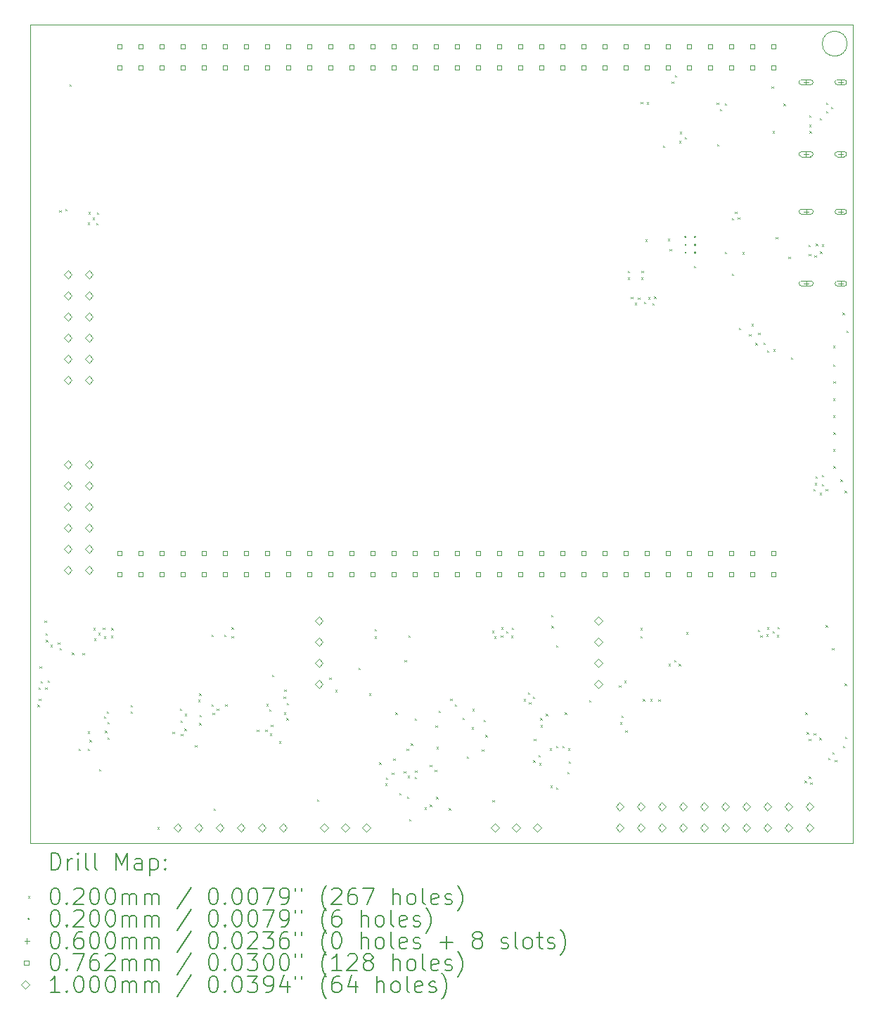
<source format=gbr>
%TF.GenerationSoftware,KiCad,Pcbnew,9.0.2-2.fc42*%
%TF.CreationDate,2025-07-15T14:43:37+03:00*%
%TF.ProjectId,QMTECH_XC7A100T-Expantion-Board,514d5445-4348-45f5-9843-374131303054,rev?*%
%TF.SameCoordinates,Original*%
%TF.FileFunction,Drillmap*%
%TF.FilePolarity,Positive*%
%FSLAX45Y45*%
G04 Gerber Fmt 4.5, Leading zero omitted, Abs format (unit mm)*
G04 Created by KiCad (PCBNEW 9.0.2-2.fc42) date 2025-07-15 14:43:37*
%MOMM*%
%LPD*%
G01*
G04 APERTURE LIST*
%ADD10C,0.100000*%
%ADD11C,0.200000*%
G04 APERTURE END LIST*
D10*
X15935960Y-4221480D02*
G75*
G02*
X15636240Y-4221480I-149860J0D01*
G01*
X15636240Y-4221480D02*
G75*
G02*
X15935960Y-4221480I149860J0D01*
G01*
X6096000Y-3991396D02*
X16002000Y-3991396D01*
X16002000Y-13843000D01*
X6096000Y-13843000D01*
X6096000Y-3991396D01*
D11*
D10*
X6187600Y-12174380D02*
X6207600Y-12194380D01*
X6207600Y-12174380D02*
X6187600Y-12194380D01*
X6200300Y-11966100D02*
X6220300Y-11986100D01*
X6220300Y-11966100D02*
X6200300Y-11986100D01*
X6202840Y-12100720D02*
X6222840Y-12120720D01*
X6222840Y-12100720D02*
X6202840Y-12120720D01*
X6213000Y-11712100D02*
X6233000Y-11732100D01*
X6233000Y-11712100D02*
X6213000Y-11732100D01*
X6225700Y-11892440D02*
X6245700Y-11912440D01*
X6245700Y-11892440D02*
X6225700Y-11912440D01*
X6271420Y-11160920D02*
X6291420Y-11180920D01*
X6291420Y-11160920D02*
X6271420Y-11180920D01*
X6279040Y-11968640D02*
X6299040Y-11988640D01*
X6299040Y-11968640D02*
X6279040Y-11988640D01*
X6281580Y-11315860D02*
X6301580Y-11335860D01*
X6301580Y-11315860D02*
X6281580Y-11335860D01*
X6289200Y-11394600D02*
X6309200Y-11414600D01*
X6309200Y-11394600D02*
X6289200Y-11414600D01*
X6306980Y-11882280D02*
X6326980Y-11902280D01*
X6326980Y-11882280D02*
X6306980Y-11902280D01*
X6342540Y-11453020D02*
X6362540Y-11473020D01*
X6362540Y-11453020D02*
X6342540Y-11473020D01*
X6431440Y-11422540D02*
X6451440Y-11442540D01*
X6451440Y-11422540D02*
X6431440Y-11442540D01*
X6449220Y-6225700D02*
X6469220Y-6245700D01*
X6469220Y-6225700D02*
X6449220Y-6245700D01*
X6451760Y-11493660D02*
X6471760Y-11513660D01*
X6471760Y-11493660D02*
X6451760Y-11513660D01*
X6520340Y-6210460D02*
X6540340Y-6230460D01*
X6540340Y-6210460D02*
X6520340Y-6230460D01*
X6569870Y-4710590D02*
X6589870Y-4730590D01*
X6589870Y-4710590D02*
X6569870Y-4730590D01*
X6601620Y-11547000D02*
X6621620Y-11567000D01*
X6621620Y-11547000D02*
X6601620Y-11567000D01*
X6682900Y-12702700D02*
X6702900Y-12722700D01*
X6702900Y-12702700D02*
X6682900Y-12722700D01*
X6728620Y-11549540D02*
X6748620Y-11569540D01*
X6748620Y-11549540D02*
X6728620Y-11569540D01*
X6792120Y-12496960D02*
X6812120Y-12516960D01*
X6812120Y-12496960D02*
X6792120Y-12516960D01*
X6792120Y-12705240D02*
X6812120Y-12725240D01*
X6812120Y-12705240D02*
X6792120Y-12725240D01*
X6794660Y-6375560D02*
X6814660Y-6395560D01*
X6814660Y-6375560D02*
X6794660Y-6395560D01*
X6802280Y-6248560D02*
X6822280Y-6268560D01*
X6822280Y-6248560D02*
X6802280Y-6268560D01*
X6812440Y-12598560D02*
X6832440Y-12618560D01*
X6832440Y-12598560D02*
X6812440Y-12618560D01*
X6853080Y-6314600D02*
X6873080Y-6334600D01*
X6873080Y-6314600D02*
X6853080Y-6334600D01*
X6858160Y-11252360D02*
X6878160Y-11272360D01*
X6878160Y-11252360D02*
X6858160Y-11272360D01*
X6865780Y-11379360D02*
X6885780Y-11399360D01*
X6885780Y-11379360D02*
X6865780Y-11399360D01*
X6893720Y-6380640D02*
X6913720Y-6400640D01*
X6913720Y-6380640D02*
X6893720Y-6400640D01*
X6901340Y-6253640D02*
X6921340Y-6273640D01*
X6921340Y-6253640D02*
X6901340Y-6273640D01*
X6920390Y-11309510D02*
X6940390Y-11329510D01*
X6940390Y-11309510D02*
X6920390Y-11329510D01*
X6926740Y-12949080D02*
X6946740Y-12969080D01*
X6946740Y-12949080D02*
X6926740Y-12969080D01*
X6975000Y-11244740D02*
X6995000Y-11264740D01*
X6995000Y-11244740D02*
X6975000Y-11264740D01*
X6985160Y-12314080D02*
X7005160Y-12334080D01*
X7005160Y-12314080D02*
X6985160Y-12334080D01*
X6987700Y-11351420D02*
X7007700Y-11371420D01*
X7007700Y-11351420D02*
X6987700Y-11371420D01*
X7000400Y-12486800D02*
X7020400Y-12506800D01*
X7020400Y-12486800D02*
X7000400Y-12506800D01*
X7020720Y-12253120D02*
X7040720Y-12273120D01*
X7040720Y-12253120D02*
X7020720Y-12273120D01*
X7030880Y-12380120D02*
X7050880Y-12400120D01*
X7050880Y-12380120D02*
X7030880Y-12400120D01*
X7030880Y-12568080D02*
X7050880Y-12588080D01*
X7050880Y-12568080D02*
X7030880Y-12588080D01*
X7074060Y-11343800D02*
X7094060Y-11363800D01*
X7094060Y-11343800D02*
X7074060Y-11363800D01*
X7076600Y-11249820D02*
X7096600Y-11269820D01*
X7096600Y-11249820D02*
X7076600Y-11269820D01*
X7310280Y-12179460D02*
X7330280Y-12199460D01*
X7330280Y-12179460D02*
X7310280Y-12199460D01*
X7310280Y-12255660D02*
X7330280Y-12275660D01*
X7330280Y-12255660D02*
X7310280Y-12275660D01*
X7632860Y-13647580D02*
X7652860Y-13667580D01*
X7652860Y-13647580D02*
X7632860Y-13667580D01*
X7813200Y-12499500D02*
X7833200Y-12519500D01*
X7833200Y-12499500D02*
X7813200Y-12519500D01*
X7899560Y-12222640D02*
X7919560Y-12242640D01*
X7919560Y-12222640D02*
X7899560Y-12242640D01*
X7909720Y-12364880D02*
X7929720Y-12384880D01*
X7929720Y-12364880D02*
X7909720Y-12384880D01*
X7914800Y-12527440D02*
X7934800Y-12547440D01*
X7934800Y-12527440D02*
X7914800Y-12547440D01*
X7955440Y-12461400D02*
X7975440Y-12481400D01*
X7975440Y-12461400D02*
X7955440Y-12481400D01*
X7960520Y-12283600D02*
X7980520Y-12303600D01*
X7980520Y-12283600D02*
X7960520Y-12303600D01*
X8082440Y-12662060D02*
X8102440Y-12682060D01*
X8102440Y-12662060D02*
X8082440Y-12682060D01*
X8123080Y-12115960D02*
X8143080Y-12135960D01*
X8143080Y-12115960D02*
X8123080Y-12135960D01*
X8133240Y-12039760D02*
X8153240Y-12059760D01*
X8153240Y-12039760D02*
X8133240Y-12059760D01*
X8133240Y-12395360D02*
X8153240Y-12415360D01*
X8153240Y-12395360D02*
X8133240Y-12415360D01*
X8138320Y-12298840D02*
X8158320Y-12318840D01*
X8158320Y-12298840D02*
X8138320Y-12318840D01*
X8283100Y-11331100D02*
X8303100Y-11351100D01*
X8303100Y-11331100D02*
X8283100Y-11351100D01*
X8283100Y-12169300D02*
X8303100Y-12189300D01*
X8303100Y-12169300D02*
X8283100Y-12189300D01*
X8295800Y-12270900D02*
X8315800Y-12290900D01*
X8315800Y-12270900D02*
X8295800Y-12290900D01*
X8305960Y-13421520D02*
X8325960Y-13441520D01*
X8325960Y-13421520D02*
X8305960Y-13441520D01*
X8346600Y-12220100D02*
X8366600Y-12240100D01*
X8366600Y-12220100D02*
X8346600Y-12240100D01*
X8435500Y-11331100D02*
X8455500Y-11351100D01*
X8455500Y-11331100D02*
X8435500Y-11351100D01*
X8448200Y-12169300D02*
X8468200Y-12189300D01*
X8468200Y-12169300D02*
X8448200Y-12189300D01*
X8524400Y-11242200D02*
X8544400Y-11262200D01*
X8544400Y-11242200D02*
X8524400Y-11262200D01*
X8524400Y-11348880D02*
X8544400Y-11368880D01*
X8544400Y-11348880D02*
X8524400Y-11368880D01*
X8829200Y-12474100D02*
X8849200Y-12494100D01*
X8849200Y-12474100D02*
X8829200Y-12494100D01*
X8930800Y-12476640D02*
X8950800Y-12496640D01*
X8950800Y-12476640D02*
X8930800Y-12496640D01*
X8940960Y-12166760D02*
X8960960Y-12186760D01*
X8960960Y-12166760D02*
X8940960Y-12186760D01*
X8976520Y-12227720D02*
X8996520Y-12247720D01*
X8996520Y-12227720D02*
X8976520Y-12247720D01*
X8986680Y-12519820D02*
X9006680Y-12539820D01*
X9006680Y-12519820D02*
X8986680Y-12539820D01*
X8996840Y-12415680D02*
X9016840Y-12435680D01*
X9016840Y-12415680D02*
X8996840Y-12435680D01*
X9009540Y-11816240D02*
X9029540Y-11836240D01*
X9029540Y-11816240D02*
X9009540Y-11836240D01*
X9095900Y-12613800D02*
X9115900Y-12633800D01*
X9115900Y-12613800D02*
X9095900Y-12633800D01*
X9149240Y-12075320D02*
X9169240Y-12095320D01*
X9169240Y-12075320D02*
X9149240Y-12095320D01*
X9154320Y-12268360D02*
X9174320Y-12288360D01*
X9174320Y-12268360D02*
X9154320Y-12288360D01*
X9159400Y-11994040D02*
X9179400Y-12014040D01*
X9179400Y-11994040D02*
X9159400Y-12014040D01*
X9184800Y-12334400D02*
X9204800Y-12354400D01*
X9204800Y-12334400D02*
X9184800Y-12354400D01*
X9189880Y-12151520D02*
X9209880Y-12171520D01*
X9209880Y-12151520D02*
X9189880Y-12171520D01*
X9550560Y-13314840D02*
X9570560Y-13334840D01*
X9570560Y-13314840D02*
X9550560Y-13334840D01*
X9700420Y-11849260D02*
X9720420Y-11869260D01*
X9720420Y-11849260D02*
X9700420Y-11869260D01*
X9774080Y-11996580D02*
X9794080Y-12016580D01*
X9794080Y-11996580D02*
X9774080Y-12016580D01*
X10053480Y-11729880D02*
X10073480Y-11749880D01*
X10073480Y-11729880D02*
X10053480Y-11749880D01*
X10177940Y-12037220D02*
X10197940Y-12057220D01*
X10197940Y-12037220D02*
X10177940Y-12057220D01*
X10249060Y-11265060D02*
X10269060Y-11285060D01*
X10269060Y-11265060D02*
X10249060Y-11285060D01*
X10249060Y-11353960D02*
X10269060Y-11373960D01*
X10269060Y-11353960D02*
X10249060Y-11373960D01*
X10302400Y-12867800D02*
X10322400Y-12887800D01*
X10322400Y-12867800D02*
X10302400Y-12887800D01*
X10373520Y-13121800D02*
X10393520Y-13141800D01*
X10393520Y-13121800D02*
X10373520Y-13141800D01*
X10383680Y-13048140D02*
X10403680Y-13068140D01*
X10403680Y-13048140D02*
X10383680Y-13068140D01*
X10454800Y-12989720D02*
X10474800Y-13009720D01*
X10474800Y-12989720D02*
X10454800Y-13009720D01*
X10470040Y-12822080D02*
X10490040Y-12842080D01*
X10490040Y-12822080D02*
X10470040Y-12842080D01*
X10495440Y-12268360D02*
X10515440Y-12288360D01*
X10515440Y-12268360D02*
X10495440Y-12288360D01*
X10541160Y-13236100D02*
X10561160Y-13256100D01*
X10561160Y-13236100D02*
X10541160Y-13256100D01*
X10597040Y-12971940D02*
X10617040Y-12991940D01*
X10617040Y-12971940D02*
X10597040Y-12991940D01*
X10607200Y-11635900D02*
X10627200Y-11655900D01*
X10627200Y-11635900D02*
X10607200Y-11655900D01*
X10632600Y-12702700D02*
X10652600Y-12722700D01*
X10652600Y-12702700D02*
X10632600Y-12722700D01*
X10637680Y-13276740D02*
X10657680Y-13296740D01*
X10657680Y-13276740D02*
X10637680Y-13296740D01*
X10642760Y-13030360D02*
X10662760Y-13050360D01*
X10662760Y-13030360D02*
X10642760Y-13050360D01*
X10650380Y-11341260D02*
X10670380Y-11361260D01*
X10670380Y-11341260D02*
X10650380Y-11361260D01*
X10660540Y-13548520D02*
X10680540Y-13568520D01*
X10680540Y-13548520D02*
X10660540Y-13568520D01*
X10683400Y-12639200D02*
X10703400Y-12659200D01*
X10703400Y-12639200D02*
X10683400Y-12659200D01*
X10726580Y-13040520D02*
X10746580Y-13060520D01*
X10746580Y-13040520D02*
X10726580Y-13060520D01*
X10731660Y-12336940D02*
X10751660Y-12356940D01*
X10751660Y-12336940D02*
X10731660Y-12356940D01*
X10734200Y-12964320D02*
X10754200Y-12984320D01*
X10754200Y-12964320D02*
X10734200Y-12984320D01*
X10845960Y-13411360D02*
X10865960Y-13431360D01*
X10865960Y-13411360D02*
X10845960Y-13431360D01*
X10912000Y-12898280D02*
X10932000Y-12918280D01*
X10932000Y-12898280D02*
X10912000Y-12918280D01*
X10912000Y-13375800D02*
X10932000Y-13395800D01*
X10932000Y-13375800D02*
X10912000Y-13395800D01*
X10970420Y-12956700D02*
X10990420Y-12976700D01*
X10990420Y-12956700D02*
X10970420Y-12976700D01*
X10978040Y-12423300D02*
X10998040Y-12443300D01*
X10998040Y-12423300D02*
X10978040Y-12443300D01*
X10988200Y-13284360D02*
X11008200Y-13304360D01*
X11008200Y-13284360D02*
X10988200Y-13304360D01*
X10990740Y-12682380D02*
X11010740Y-12702380D01*
X11010740Y-12682380D02*
X10990740Y-12702380D01*
X11018680Y-12245500D02*
X11038680Y-12265500D01*
X11038680Y-12245500D02*
X11018680Y-12265500D01*
X11140600Y-13418980D02*
X11160600Y-13438980D01*
X11160600Y-13418980D02*
X11140600Y-13438980D01*
X11155840Y-12100720D02*
X11175840Y-12120720D01*
X11175840Y-12100720D02*
X11155840Y-12120720D01*
X11211720Y-12169300D02*
X11231720Y-12189300D01*
X11231720Y-12169300D02*
X11211720Y-12189300D01*
X11307000Y-12329320D02*
X11327000Y-12349320D01*
X11327000Y-12329320D02*
X11307000Y-12349320D01*
X11353960Y-12796680D02*
X11373960Y-12816680D01*
X11373960Y-12796680D02*
X11353960Y-12816680D01*
X11412380Y-12444600D02*
X11432380Y-12464600D01*
X11432380Y-12444600D02*
X11412380Y-12464600D01*
X11425080Y-12225180D02*
X11445080Y-12245180D01*
X11445080Y-12225180D02*
X11425080Y-12245180D01*
X11538110Y-12711590D02*
X11558110Y-12731590D01*
X11558110Y-12711590D02*
X11538110Y-12731590D01*
X11558430Y-12358530D02*
X11578430Y-12378530D01*
X11578430Y-12358530D02*
X11558430Y-12378530D01*
X11580020Y-12537600D02*
X11600020Y-12557600D01*
X11600020Y-12537600D02*
X11580020Y-12557600D01*
X11661300Y-11285380D02*
X11681300Y-11305380D01*
X11681300Y-11285380D02*
X11661300Y-11305380D01*
X11663840Y-13319920D02*
X11683840Y-13339920D01*
X11683840Y-13319920D02*
X11663840Y-13339920D01*
X11686700Y-11353960D02*
X11706700Y-11373960D01*
X11706700Y-11353960D02*
X11686700Y-11373960D01*
X11765440Y-11338720D02*
X11785440Y-11358720D01*
X11785440Y-11338720D02*
X11765440Y-11358720D01*
X11767980Y-11242200D02*
X11787980Y-11262200D01*
X11787980Y-11242200D02*
X11767980Y-11262200D01*
X11831480Y-11287920D02*
X11851480Y-11307920D01*
X11851480Y-11287920D02*
X11831480Y-11307920D01*
X11889900Y-11343800D02*
X11909900Y-11363800D01*
X11909900Y-11343800D02*
X11889900Y-11363800D01*
X11897520Y-11247280D02*
X11917520Y-11267280D01*
X11917520Y-11247280D02*
X11897520Y-11267280D01*
X12042300Y-12105800D02*
X12062300Y-12125800D01*
X12062300Y-12105800D02*
X12042300Y-12125800D01*
X12090560Y-12027060D02*
X12110560Y-12047060D01*
X12110560Y-12027060D02*
X12090560Y-12047060D01*
X12105800Y-12143900D02*
X12125800Y-12163900D01*
X12125800Y-12143900D02*
X12105800Y-12163900D01*
X12148980Y-12077860D02*
X12168980Y-12097860D01*
X12168980Y-12077860D02*
X12148980Y-12097860D01*
X12156600Y-12842400D02*
X12176600Y-12862400D01*
X12176600Y-12842400D02*
X12156600Y-12862400D01*
X12164220Y-12583320D02*
X12184220Y-12603320D01*
X12184220Y-12583320D02*
X12164220Y-12603320D01*
X12217560Y-12781440D02*
X12237560Y-12801440D01*
X12237560Y-12781440D02*
X12217560Y-12801440D01*
X12230260Y-12875420D02*
X12250260Y-12895420D01*
X12250260Y-12875420D02*
X12230260Y-12895420D01*
X12240420Y-12334400D02*
X12260420Y-12354400D01*
X12260420Y-12334400D02*
X12240420Y-12354400D01*
X12245500Y-12418220D02*
X12265500Y-12438220D01*
X12265500Y-12418220D02*
X12245500Y-12438220D01*
X12309000Y-12283600D02*
X12329000Y-12303600D01*
X12329000Y-12283600D02*
X12309000Y-12303600D01*
X12357260Y-12700160D02*
X12377260Y-12720160D01*
X12377260Y-12700160D02*
X12357260Y-12720160D01*
X12362340Y-13147200D02*
X12382340Y-13167200D01*
X12382340Y-13147200D02*
X12362340Y-13167200D01*
X12369960Y-11092340D02*
X12389960Y-11112340D01*
X12389960Y-11092340D02*
X12369960Y-11112340D01*
X12375040Y-11226960D02*
X12395040Y-11246960D01*
X12395040Y-11226960D02*
X12375040Y-11246960D01*
X12428380Y-11458100D02*
X12448380Y-11478100D01*
X12448380Y-11458100D02*
X12428380Y-11478100D01*
X12430920Y-13170060D02*
X12450920Y-13190060D01*
X12450920Y-13170060D02*
X12430920Y-13190060D01*
X12433460Y-12669680D02*
X12453460Y-12689680D01*
X12453460Y-12669680D02*
X12433460Y-12689680D01*
X12509660Y-12669680D02*
X12529660Y-12689680D01*
X12529660Y-12669680D02*
X12509660Y-12689680D01*
X12537600Y-12268360D02*
X12557600Y-12288360D01*
X12557600Y-12268360D02*
X12537600Y-12288360D01*
X12568080Y-12984640D02*
X12588080Y-13004640D01*
X12588080Y-12984640D02*
X12568080Y-13004640D01*
X12573160Y-12700160D02*
X12593160Y-12720160D01*
X12593160Y-12700160D02*
X12573160Y-12720160D01*
X12583320Y-12855100D02*
X12603320Y-12875100D01*
X12603320Y-12855100D02*
X12583320Y-12875100D01*
X12829700Y-12118500D02*
X12849700Y-12138500D01*
X12849700Y-12118500D02*
X12829700Y-12138500D01*
X13187840Y-11943240D02*
X13207840Y-11963240D01*
X13207840Y-11943240D02*
X13187840Y-11963240D01*
X13200540Y-12385200D02*
X13220540Y-12405200D01*
X13220540Y-12385200D02*
X13200540Y-12405200D01*
X13218320Y-12306460D02*
X13238320Y-12326460D01*
X13238320Y-12306460D02*
X13218320Y-12326460D01*
X13251340Y-11887360D02*
X13271340Y-11907360D01*
X13271340Y-11887360D02*
X13251340Y-11907360D01*
X13264040Y-12481720D02*
X13284040Y-12501720D01*
X13284040Y-12481720D02*
X13264040Y-12501720D01*
X13294520Y-6952140D02*
X13314520Y-6972140D01*
X13314520Y-6952140D02*
X13294520Y-6972140D01*
X13297060Y-7035960D02*
X13317060Y-7055960D01*
X13317060Y-7035960D02*
X13297060Y-7055960D01*
X13332620Y-7269640D02*
X13352620Y-7289640D01*
X13352620Y-7269640D02*
X13332620Y-7289640D01*
X13380880Y-7340760D02*
X13400880Y-7360760D01*
X13400880Y-7340760D02*
X13380880Y-7360760D01*
X13416440Y-7274720D02*
X13436440Y-7294720D01*
X13436440Y-7274720D02*
X13416440Y-7294720D01*
X13444380Y-11249820D02*
X13464380Y-11269820D01*
X13464380Y-11249820D02*
X13444380Y-11269820D01*
X13444380Y-11346340D02*
X13464380Y-11366340D01*
X13464380Y-11346340D02*
X13444380Y-11366340D01*
X13452000Y-4920140D02*
X13472000Y-4940140D01*
X13472000Y-4920140D02*
X13452000Y-4940140D01*
X13457080Y-7033420D02*
X13477080Y-7053420D01*
X13477080Y-7033420D02*
X13457080Y-7053420D01*
X13459620Y-6954680D02*
X13479620Y-6974680D01*
X13479620Y-6954680D02*
X13459620Y-6974680D01*
X13477400Y-12105800D02*
X13497400Y-12125800D01*
X13497400Y-12105800D02*
X13477400Y-12125800D01*
X13487560Y-7328060D02*
X13507560Y-7348060D01*
X13507560Y-7328060D02*
X13487560Y-7348060D01*
X13507880Y-6578760D02*
X13527880Y-6598760D01*
X13527880Y-6578760D02*
X13507880Y-6598760D01*
X13525660Y-4925220D02*
X13545660Y-4945220D01*
X13545660Y-4925220D02*
X13525660Y-4945220D01*
X13540900Y-7272180D02*
X13560900Y-7292180D01*
X13560900Y-7272180D02*
X13540900Y-7292180D01*
X13566300Y-12105800D02*
X13586300Y-12125800D01*
X13586300Y-12105800D02*
X13566300Y-12125800D01*
X13591700Y-7343300D02*
X13611700Y-7363300D01*
X13611700Y-7343300D02*
X13591700Y-7363300D01*
X13612020Y-7262020D02*
X13632020Y-7282020D01*
X13632020Y-7262020D02*
X13612020Y-7282020D01*
X13662820Y-12108340D02*
X13682820Y-12128340D01*
X13682820Y-12108340D02*
X13662820Y-12128340D01*
X13718700Y-5445920D02*
X13738700Y-5465920D01*
X13738700Y-5445920D02*
X13718700Y-5465920D01*
X13775980Y-6568580D02*
X13795980Y-6588580D01*
X13795980Y-6568580D02*
X13775980Y-6588580D01*
X13787280Y-11681620D02*
X13807280Y-11701620D01*
X13807280Y-11681620D02*
X13787280Y-11701620D01*
X13798840Y-6690500D02*
X13818840Y-6710500D01*
X13818840Y-6690500D02*
X13798840Y-6710500D01*
X13822840Y-4678840D02*
X13842840Y-4698840D01*
X13842840Y-4678840D02*
X13822840Y-4698840D01*
X13850780Y-11638440D02*
X13870780Y-11658440D01*
X13870780Y-11638440D02*
X13850780Y-11658440D01*
X13863480Y-4602640D02*
X13883480Y-4622640D01*
X13883480Y-4602640D02*
X13863480Y-4622640D01*
X13909200Y-11684160D02*
X13929200Y-11704160D01*
X13929200Y-11684160D02*
X13909200Y-11704160D01*
X13914280Y-5392580D02*
X13934280Y-5412580D01*
X13934280Y-5392580D02*
X13914280Y-5412580D01*
X13919360Y-5283360D02*
X13939360Y-5303360D01*
X13939360Y-5283360D02*
X13919360Y-5303360D01*
X13980320Y-5344320D02*
X14000320Y-5364320D01*
X14000320Y-5344320D02*
X13980320Y-5364320D01*
X13998100Y-11303160D02*
X14018100Y-11323160D01*
X14018100Y-11303160D02*
X13998100Y-11323160D01*
X14089540Y-6893720D02*
X14109540Y-6913720D01*
X14109540Y-6893720D02*
X14089540Y-6913720D01*
X14366400Y-4930300D02*
X14386400Y-4950300D01*
X14386400Y-4930300D02*
X14366400Y-4950300D01*
X14368940Y-5430680D02*
X14388940Y-5450680D01*
X14388940Y-5430680D02*
X14368940Y-5450680D01*
X14401960Y-5006500D02*
X14421960Y-5026500D01*
X14421960Y-5006500D02*
X14401960Y-5026500D01*
X14462920Y-4940460D02*
X14482920Y-4960460D01*
X14482920Y-4940460D02*
X14462920Y-4960460D01*
X14465460Y-6726080D02*
X14485460Y-6746080D01*
X14485460Y-6726080D02*
X14465460Y-6746080D01*
X14546740Y-6987700D02*
X14566740Y-7007700D01*
X14566740Y-6987700D02*
X14546740Y-7007700D01*
X14549280Y-6317140D02*
X14569280Y-6337140D01*
X14569280Y-6317140D02*
X14549280Y-6337140D01*
X14584840Y-6240940D02*
X14604840Y-6260940D01*
X14604840Y-6240940D02*
X14584840Y-6260940D01*
X14620400Y-6312060D02*
X14640400Y-6332060D01*
X14640400Y-6312060D02*
X14620400Y-6332060D01*
X14633100Y-7640480D02*
X14653100Y-7660480D01*
X14653100Y-7640480D02*
X14633100Y-7660480D01*
X14673740Y-6728620D02*
X14693740Y-6748620D01*
X14693740Y-6728620D02*
X14673740Y-6748620D01*
X14755020Y-7714140D02*
X14775020Y-7734140D01*
X14775020Y-7714140D02*
X14755020Y-7734140D01*
X14785500Y-7592220D02*
X14805500Y-7612220D01*
X14805500Y-7592220D02*
X14785500Y-7612220D01*
X14831220Y-7820820D02*
X14851220Y-7840820D01*
X14851220Y-7820820D02*
X14831220Y-7840820D01*
X14859160Y-11272680D02*
X14879160Y-11292680D01*
X14879160Y-11272680D02*
X14859160Y-11292680D01*
X14864240Y-7701440D02*
X14884240Y-7721440D01*
X14884240Y-7701440D02*
X14864240Y-7721440D01*
X14889640Y-11341260D02*
X14909640Y-11361260D01*
X14909640Y-11341260D02*
X14889640Y-11361260D01*
X14930280Y-7818280D02*
X14950280Y-7838280D01*
X14950280Y-7818280D02*
X14930280Y-7838280D01*
X14963300Y-11328560D02*
X14983300Y-11348560D01*
X14983300Y-11328560D02*
X14963300Y-11348560D01*
X14970920Y-7912260D02*
X14990920Y-7932260D01*
X14990920Y-7912260D02*
X14970920Y-7932260D01*
X14973460Y-11242200D02*
X14993460Y-11262200D01*
X14993460Y-11242200D02*
X14973460Y-11262200D01*
X15026800Y-4734720D02*
X15046800Y-4754720D01*
X15046800Y-4734720D02*
X15026800Y-4754720D01*
X15036960Y-11290460D02*
X15056960Y-11310460D01*
X15056960Y-11290460D02*
X15036960Y-11310460D01*
X15039500Y-5273200D02*
X15059500Y-5293200D01*
X15059500Y-5273200D02*
X15039500Y-5293200D01*
X15044580Y-7897020D02*
X15064580Y-7917020D01*
X15064580Y-7897020D02*
X15044580Y-7917020D01*
X15077600Y-6548280D02*
X15097600Y-6568280D01*
X15097600Y-6548280D02*
X15077600Y-6568280D01*
X15090300Y-11336180D02*
X15110300Y-11356180D01*
X15110300Y-11336180D02*
X15090300Y-11356180D01*
X15095380Y-11237120D02*
X15115380Y-11257120D01*
X15115380Y-11237120D02*
X15095380Y-11257120D01*
X15169040Y-4943000D02*
X15189040Y-4963000D01*
X15189040Y-4943000D02*
X15169040Y-4963000D01*
X15230000Y-6787040D02*
X15250000Y-6807040D01*
X15250000Y-6787040D02*
X15230000Y-6807040D01*
X15260480Y-7996080D02*
X15280480Y-8016080D01*
X15280480Y-7996080D02*
X15260480Y-8016080D01*
X15423040Y-13088780D02*
X15443040Y-13108780D01*
X15443040Y-13088780D02*
X15423040Y-13108780D01*
X15433200Y-12265820D02*
X15453200Y-12285820D01*
X15453200Y-12265820D02*
X15433200Y-12285820D01*
X15448440Y-12504580D02*
X15468440Y-12524580D01*
X15468440Y-12504580D02*
X15448440Y-12524580D01*
X15471300Y-6642260D02*
X15491300Y-6662260D01*
X15491300Y-6642260D02*
X15471300Y-6662260D01*
X15473840Y-6748940D02*
X15493840Y-6768940D01*
X15493840Y-6748940D02*
X15473840Y-6768940D01*
X15473840Y-12583320D02*
X15493840Y-12603320D01*
X15493840Y-12583320D02*
X15473840Y-12603320D01*
X15473840Y-13037980D02*
X15493840Y-13057980D01*
X15493840Y-13037980D02*
X15473840Y-13057980D01*
X15476380Y-5085240D02*
X15496380Y-5105240D01*
X15496380Y-5085240D02*
X15476380Y-5105240D01*
X15476380Y-5197000D02*
X15496380Y-5217000D01*
X15496380Y-5197000D02*
X15476380Y-5217000D01*
X15484000Y-5273200D02*
X15504000Y-5293200D01*
X15504000Y-5273200D02*
X15484000Y-5293200D01*
X15491620Y-13111640D02*
X15511620Y-13131640D01*
X15511620Y-13111640D02*
X15491620Y-13131640D01*
X15527180Y-9578500D02*
X15547180Y-9598500D01*
X15547180Y-9578500D02*
X15527180Y-9598500D01*
X15534800Y-12517280D02*
X15554800Y-12537280D01*
X15554800Y-12517280D02*
X15534800Y-12537280D01*
X15542420Y-6766720D02*
X15562420Y-6786720D01*
X15562420Y-6766720D02*
X15542420Y-6786720D01*
X15547500Y-9507380D02*
X15567500Y-9527380D01*
X15567500Y-9507380D02*
X15547500Y-9527380D01*
X15557660Y-9426100D02*
X15577660Y-9446100D01*
X15577660Y-9426100D02*
X15557660Y-9446100D01*
X15560200Y-6627020D02*
X15580200Y-6647020D01*
X15580200Y-6627020D02*
X15560200Y-6647020D01*
X15600840Y-12570620D02*
X15620840Y-12590620D01*
X15620840Y-12570620D02*
X15600840Y-12590620D01*
X15603380Y-5115720D02*
X15623380Y-5135720D01*
X15623380Y-5115720D02*
X15603380Y-5135720D01*
X15603380Y-9626760D02*
X15623380Y-9646760D01*
X15623380Y-9626760D02*
X15603380Y-9646760D01*
X15611000Y-6721000D02*
X15631000Y-6741000D01*
X15631000Y-6721000D02*
X15611000Y-6741000D01*
X15628780Y-9410860D02*
X15648780Y-9430860D01*
X15648780Y-9410860D02*
X15628780Y-9430860D01*
X15633860Y-6637180D02*
X15653860Y-6657180D01*
X15653860Y-6637180D02*
X15633860Y-6657180D01*
X15633860Y-9517540D02*
X15653860Y-9537540D01*
X15653860Y-9517540D02*
X15633860Y-9537540D01*
X15677040Y-9578500D02*
X15697040Y-9598500D01*
X15697040Y-9578500D02*
X15677040Y-9598500D01*
X15677040Y-11216800D02*
X15697040Y-11236800D01*
X15697040Y-11216800D02*
X15677040Y-11236800D01*
X15682120Y-5034440D02*
X15702120Y-5054440D01*
X15702120Y-5034440D02*
X15682120Y-5054440D01*
X15684660Y-4932840D02*
X15704660Y-4952840D01*
X15704660Y-4932840D02*
X15684660Y-4952840D01*
X15707520Y-12811920D02*
X15727520Y-12831920D01*
X15727520Y-12811920D02*
X15707520Y-12831920D01*
X15740540Y-4983640D02*
X15760540Y-5003640D01*
X15760540Y-4983640D02*
X15740540Y-5003640D01*
X15753240Y-11493660D02*
X15773240Y-11513660D01*
X15773240Y-11493660D02*
X15753240Y-11513660D01*
X15758320Y-12745880D02*
X15778320Y-12765880D01*
X15778320Y-12745880D02*
X15758320Y-12765880D01*
X15768480Y-7856380D02*
X15788480Y-7876380D01*
X15788480Y-7856380D02*
X15768480Y-7876380D01*
X15768480Y-8082440D02*
X15788480Y-8102440D01*
X15788480Y-8082440D02*
X15768480Y-8102440D01*
X15768480Y-8491380D02*
X15788480Y-8511380D01*
X15788480Y-8491380D02*
X15768480Y-8511380D01*
X15768480Y-8694580D02*
X15788480Y-8714580D01*
X15788480Y-8694580D02*
X15768480Y-8714580D01*
X15768480Y-9100980D02*
X15788480Y-9120980D01*
X15788480Y-9100980D02*
X15768480Y-9120980D01*
X15771020Y-8285640D02*
X15791020Y-8305640D01*
X15791020Y-8285640D02*
X15771020Y-8305640D01*
X15771020Y-8897780D02*
X15791020Y-8917780D01*
X15791020Y-8897780D02*
X15771020Y-8917780D01*
X15771020Y-9304180D02*
X15791020Y-9324180D01*
X15791020Y-9304180D02*
X15771020Y-9324180D01*
X15788800Y-12839860D02*
X15808800Y-12859860D01*
X15808800Y-12839860D02*
X15788800Y-12859860D01*
X15854840Y-9464200D02*
X15874840Y-9484200D01*
X15874840Y-9464200D02*
X15854840Y-9484200D01*
X15880240Y-7457600D02*
X15900240Y-7477600D01*
X15900240Y-7457600D02*
X15880240Y-7477600D01*
X15887860Y-12669680D02*
X15907860Y-12689680D01*
X15907860Y-12669680D02*
X15887860Y-12689680D01*
X15905640Y-9598820D02*
X15925640Y-9618820D01*
X15925640Y-9598820D02*
X15905640Y-9618820D01*
X15905640Y-11920380D02*
X15925640Y-11940380D01*
X15925640Y-11920380D02*
X15905640Y-11940380D01*
X15908180Y-12557920D02*
X15928180Y-12577920D01*
X15928180Y-12557920D02*
X15908180Y-12577920D01*
X15928500Y-7673500D02*
X15948500Y-7693500D01*
X15948500Y-7673500D02*
X15928500Y-7693500D01*
X13998700Y-6548100D02*
G75*
G02*
X13978700Y-6548100I-10000J0D01*
G01*
X13978700Y-6548100D02*
G75*
G02*
X13998700Y-6548100I10000J0D01*
G01*
X13998700Y-6736100D02*
G75*
G02*
X13978700Y-6736100I-10000J0D01*
G01*
X13978700Y-6736100D02*
G75*
G02*
X13998700Y-6736100I10000J0D01*
G01*
X13998700Y-6642100D02*
G75*
G02*
X13978700Y-6642100I-10000J0D01*
G01*
X13978700Y-6642100D02*
G75*
G02*
X13998700Y-6642100I10000J0D01*
G01*
X14113700Y-6642100D02*
G75*
G02*
X14093700Y-6642100I-10000J0D01*
G01*
X14093700Y-6642100D02*
G75*
G02*
X14113700Y-6642100I10000J0D01*
G01*
X14113700Y-6548100D02*
G75*
G02*
X14093700Y-6548100I-10000J0D01*
G01*
X14093700Y-6548100D02*
G75*
G02*
X14113700Y-6548100I10000J0D01*
G01*
X14113700Y-6736100D02*
G75*
G02*
X14093700Y-6736100I-10000J0D01*
G01*
X14093700Y-6736100D02*
G75*
G02*
X14113700Y-6736100I10000J0D01*
G01*
X15442100Y-4656100D02*
X15442100Y-4716100D01*
X15412100Y-4686100D02*
X15472100Y-4686100D01*
X15497100Y-4656100D02*
X15387100Y-4656100D01*
X15387100Y-4716100D02*
G75*
G02*
X15387100Y-4656100I0J30000D01*
G01*
X15387100Y-4716100D02*
X15497100Y-4716100D01*
X15497100Y-4716100D02*
G75*
G03*
X15497100Y-4656100I0J30000D01*
G01*
X15442100Y-5520100D02*
X15442100Y-5580100D01*
X15412100Y-5550100D02*
X15472100Y-5550100D01*
X15497100Y-5520100D02*
X15387100Y-5520100D01*
X15387100Y-5580100D02*
G75*
G02*
X15387100Y-5520100I0J30000D01*
G01*
X15387100Y-5580100D02*
X15497100Y-5580100D01*
X15497100Y-5580100D02*
G75*
G03*
X15497100Y-5520100I0J30000D01*
G01*
X15442760Y-6213320D02*
X15442760Y-6273320D01*
X15412760Y-6243320D02*
X15472760Y-6243320D01*
X15497760Y-6213320D02*
X15387760Y-6213320D01*
X15387760Y-6273320D02*
G75*
G02*
X15387760Y-6213320I0J30000D01*
G01*
X15387760Y-6273320D02*
X15497760Y-6273320D01*
X15497760Y-6273320D02*
G75*
G03*
X15497760Y-6213320I0J30000D01*
G01*
X15442760Y-7077320D02*
X15442760Y-7137320D01*
X15412760Y-7107320D02*
X15472760Y-7107320D01*
X15497760Y-7077320D02*
X15387760Y-7077320D01*
X15387760Y-7137320D02*
G75*
G02*
X15387760Y-7077320I0J30000D01*
G01*
X15387760Y-7137320D02*
X15497760Y-7137320D01*
X15497760Y-7137320D02*
G75*
G03*
X15497760Y-7077320I0J30000D01*
G01*
X15859100Y-4656100D02*
X15859100Y-4716100D01*
X15829100Y-4686100D02*
X15889100Y-4686100D01*
X15899100Y-4656100D02*
X15819100Y-4656100D01*
X15819100Y-4716100D02*
G75*
G02*
X15819100Y-4656100I0J30000D01*
G01*
X15819100Y-4716100D02*
X15899100Y-4716100D01*
X15899100Y-4716100D02*
G75*
G03*
X15899100Y-4656100I0J30000D01*
G01*
X15859100Y-5520100D02*
X15859100Y-5580100D01*
X15829100Y-5550100D02*
X15889100Y-5550100D01*
X15899100Y-5520100D02*
X15819100Y-5520100D01*
X15819100Y-5580100D02*
G75*
G02*
X15819100Y-5520100I0J30000D01*
G01*
X15819100Y-5580100D02*
X15899100Y-5580100D01*
X15899100Y-5580100D02*
G75*
G03*
X15899100Y-5520100I0J30000D01*
G01*
X15859760Y-6213320D02*
X15859760Y-6273320D01*
X15829760Y-6243320D02*
X15889760Y-6243320D01*
X15899760Y-6213320D02*
X15819760Y-6213320D01*
X15819760Y-6273320D02*
G75*
G02*
X15819760Y-6213320I0J30000D01*
G01*
X15819760Y-6273320D02*
X15899760Y-6273320D01*
X15899760Y-6273320D02*
G75*
G03*
X15899760Y-6213320I0J30000D01*
G01*
X15859760Y-7077320D02*
X15859760Y-7137320D01*
X15829760Y-7107320D02*
X15889760Y-7107320D01*
X15899760Y-7077320D02*
X15819760Y-7077320D01*
X15819760Y-7137320D02*
G75*
G02*
X15819760Y-7077320I0J30000D01*
G01*
X15819760Y-7137320D02*
X15899760Y-7137320D01*
X15899760Y-7137320D02*
G75*
G03*
X15899760Y-7077320I0J30000D01*
G01*
X7202441Y-4281441D02*
X7202441Y-4227559D01*
X7148559Y-4227559D01*
X7148559Y-4281441D01*
X7202441Y-4281441D01*
X7202441Y-4535441D02*
X7202441Y-4481559D01*
X7148559Y-4481559D01*
X7148559Y-4535441D01*
X7202441Y-4535441D01*
X7202441Y-10377441D02*
X7202441Y-10323559D01*
X7148559Y-10323559D01*
X7148559Y-10377441D01*
X7202441Y-10377441D01*
X7202441Y-10631441D02*
X7202441Y-10577559D01*
X7148559Y-10577559D01*
X7148559Y-10631441D01*
X7202441Y-10631441D01*
X7456441Y-4281441D02*
X7456441Y-4227559D01*
X7402559Y-4227559D01*
X7402559Y-4281441D01*
X7456441Y-4281441D01*
X7456441Y-4535441D02*
X7456441Y-4481559D01*
X7402559Y-4481559D01*
X7402559Y-4535441D01*
X7456441Y-4535441D01*
X7456441Y-10377441D02*
X7456441Y-10323559D01*
X7402559Y-10323559D01*
X7402559Y-10377441D01*
X7456441Y-10377441D01*
X7456441Y-10631441D02*
X7456441Y-10577559D01*
X7402559Y-10577559D01*
X7402559Y-10631441D01*
X7456441Y-10631441D01*
X7710441Y-4281441D02*
X7710441Y-4227559D01*
X7656559Y-4227559D01*
X7656559Y-4281441D01*
X7710441Y-4281441D01*
X7710441Y-4535441D02*
X7710441Y-4481559D01*
X7656559Y-4481559D01*
X7656559Y-4535441D01*
X7710441Y-4535441D01*
X7710441Y-10377441D02*
X7710441Y-10323559D01*
X7656559Y-10323559D01*
X7656559Y-10377441D01*
X7710441Y-10377441D01*
X7710441Y-10631441D02*
X7710441Y-10577559D01*
X7656559Y-10577559D01*
X7656559Y-10631441D01*
X7710441Y-10631441D01*
X7964441Y-4281441D02*
X7964441Y-4227559D01*
X7910559Y-4227559D01*
X7910559Y-4281441D01*
X7964441Y-4281441D01*
X7964441Y-4535441D02*
X7964441Y-4481559D01*
X7910559Y-4481559D01*
X7910559Y-4535441D01*
X7964441Y-4535441D01*
X7964441Y-10377441D02*
X7964441Y-10323559D01*
X7910559Y-10323559D01*
X7910559Y-10377441D01*
X7964441Y-10377441D01*
X7964441Y-10631441D02*
X7964441Y-10577559D01*
X7910559Y-10577559D01*
X7910559Y-10631441D01*
X7964441Y-10631441D01*
X8218441Y-4281441D02*
X8218441Y-4227559D01*
X8164559Y-4227559D01*
X8164559Y-4281441D01*
X8218441Y-4281441D01*
X8218441Y-4535441D02*
X8218441Y-4481559D01*
X8164559Y-4481559D01*
X8164559Y-4535441D01*
X8218441Y-4535441D01*
X8218441Y-10377441D02*
X8218441Y-10323559D01*
X8164559Y-10323559D01*
X8164559Y-10377441D01*
X8218441Y-10377441D01*
X8218441Y-10631441D02*
X8218441Y-10577559D01*
X8164559Y-10577559D01*
X8164559Y-10631441D01*
X8218441Y-10631441D01*
X8472441Y-4281441D02*
X8472441Y-4227559D01*
X8418559Y-4227559D01*
X8418559Y-4281441D01*
X8472441Y-4281441D01*
X8472441Y-4535441D02*
X8472441Y-4481559D01*
X8418559Y-4481559D01*
X8418559Y-4535441D01*
X8472441Y-4535441D01*
X8472441Y-10377441D02*
X8472441Y-10323559D01*
X8418559Y-10323559D01*
X8418559Y-10377441D01*
X8472441Y-10377441D01*
X8472441Y-10631441D02*
X8472441Y-10577559D01*
X8418559Y-10577559D01*
X8418559Y-10631441D01*
X8472441Y-10631441D01*
X8726441Y-4281441D02*
X8726441Y-4227559D01*
X8672559Y-4227559D01*
X8672559Y-4281441D01*
X8726441Y-4281441D01*
X8726441Y-4535441D02*
X8726441Y-4481559D01*
X8672559Y-4481559D01*
X8672559Y-4535441D01*
X8726441Y-4535441D01*
X8726441Y-10377441D02*
X8726441Y-10323559D01*
X8672559Y-10323559D01*
X8672559Y-10377441D01*
X8726441Y-10377441D01*
X8726441Y-10631441D02*
X8726441Y-10577559D01*
X8672559Y-10577559D01*
X8672559Y-10631441D01*
X8726441Y-10631441D01*
X8980441Y-4281441D02*
X8980441Y-4227559D01*
X8926559Y-4227559D01*
X8926559Y-4281441D01*
X8980441Y-4281441D01*
X8980441Y-4535441D02*
X8980441Y-4481559D01*
X8926559Y-4481559D01*
X8926559Y-4535441D01*
X8980441Y-4535441D01*
X8980441Y-10377441D02*
X8980441Y-10323559D01*
X8926559Y-10323559D01*
X8926559Y-10377441D01*
X8980441Y-10377441D01*
X8980441Y-10631441D02*
X8980441Y-10577559D01*
X8926559Y-10577559D01*
X8926559Y-10631441D01*
X8980441Y-10631441D01*
X9234441Y-4281441D02*
X9234441Y-4227559D01*
X9180559Y-4227559D01*
X9180559Y-4281441D01*
X9234441Y-4281441D01*
X9234441Y-4535441D02*
X9234441Y-4481559D01*
X9180559Y-4481559D01*
X9180559Y-4535441D01*
X9234441Y-4535441D01*
X9234441Y-10377441D02*
X9234441Y-10323559D01*
X9180559Y-10323559D01*
X9180559Y-10377441D01*
X9234441Y-10377441D01*
X9234441Y-10631441D02*
X9234441Y-10577559D01*
X9180559Y-10577559D01*
X9180559Y-10631441D01*
X9234441Y-10631441D01*
X9488441Y-4281441D02*
X9488441Y-4227559D01*
X9434559Y-4227559D01*
X9434559Y-4281441D01*
X9488441Y-4281441D01*
X9488441Y-4535441D02*
X9488441Y-4481559D01*
X9434559Y-4481559D01*
X9434559Y-4535441D01*
X9488441Y-4535441D01*
X9488441Y-10377441D02*
X9488441Y-10323559D01*
X9434559Y-10323559D01*
X9434559Y-10377441D01*
X9488441Y-10377441D01*
X9488441Y-10631441D02*
X9488441Y-10577559D01*
X9434559Y-10577559D01*
X9434559Y-10631441D01*
X9488441Y-10631441D01*
X9742441Y-4281441D02*
X9742441Y-4227559D01*
X9688559Y-4227559D01*
X9688559Y-4281441D01*
X9742441Y-4281441D01*
X9742441Y-4535441D02*
X9742441Y-4481559D01*
X9688559Y-4481559D01*
X9688559Y-4535441D01*
X9742441Y-4535441D01*
X9742441Y-10377441D02*
X9742441Y-10323559D01*
X9688559Y-10323559D01*
X9688559Y-10377441D01*
X9742441Y-10377441D01*
X9742441Y-10631441D02*
X9742441Y-10577559D01*
X9688559Y-10577559D01*
X9688559Y-10631441D01*
X9742441Y-10631441D01*
X9996441Y-4281441D02*
X9996441Y-4227559D01*
X9942559Y-4227559D01*
X9942559Y-4281441D01*
X9996441Y-4281441D01*
X9996441Y-4535441D02*
X9996441Y-4481559D01*
X9942559Y-4481559D01*
X9942559Y-4535441D01*
X9996441Y-4535441D01*
X9996441Y-10377441D02*
X9996441Y-10323559D01*
X9942559Y-10323559D01*
X9942559Y-10377441D01*
X9996441Y-10377441D01*
X9996441Y-10631441D02*
X9996441Y-10577559D01*
X9942559Y-10577559D01*
X9942559Y-10631441D01*
X9996441Y-10631441D01*
X10250441Y-4281441D02*
X10250441Y-4227559D01*
X10196559Y-4227559D01*
X10196559Y-4281441D01*
X10250441Y-4281441D01*
X10250441Y-4535441D02*
X10250441Y-4481559D01*
X10196559Y-4481559D01*
X10196559Y-4535441D01*
X10250441Y-4535441D01*
X10250441Y-10377441D02*
X10250441Y-10323559D01*
X10196559Y-10323559D01*
X10196559Y-10377441D01*
X10250441Y-10377441D01*
X10250441Y-10631441D02*
X10250441Y-10577559D01*
X10196559Y-10577559D01*
X10196559Y-10631441D01*
X10250441Y-10631441D01*
X10504441Y-4281441D02*
X10504441Y-4227559D01*
X10450559Y-4227559D01*
X10450559Y-4281441D01*
X10504441Y-4281441D01*
X10504441Y-4535441D02*
X10504441Y-4481559D01*
X10450559Y-4481559D01*
X10450559Y-4535441D01*
X10504441Y-4535441D01*
X10504441Y-10377441D02*
X10504441Y-10323559D01*
X10450559Y-10323559D01*
X10450559Y-10377441D01*
X10504441Y-10377441D01*
X10504441Y-10631441D02*
X10504441Y-10577559D01*
X10450559Y-10577559D01*
X10450559Y-10631441D01*
X10504441Y-10631441D01*
X10758441Y-4281441D02*
X10758441Y-4227559D01*
X10704559Y-4227559D01*
X10704559Y-4281441D01*
X10758441Y-4281441D01*
X10758441Y-4535441D02*
X10758441Y-4481559D01*
X10704559Y-4481559D01*
X10704559Y-4535441D01*
X10758441Y-4535441D01*
X10758441Y-10377441D02*
X10758441Y-10323559D01*
X10704559Y-10323559D01*
X10704559Y-10377441D01*
X10758441Y-10377441D01*
X10758441Y-10631441D02*
X10758441Y-10577559D01*
X10704559Y-10577559D01*
X10704559Y-10631441D01*
X10758441Y-10631441D01*
X11012441Y-4281441D02*
X11012441Y-4227559D01*
X10958559Y-4227559D01*
X10958559Y-4281441D01*
X11012441Y-4281441D01*
X11012441Y-4535441D02*
X11012441Y-4481559D01*
X10958559Y-4481559D01*
X10958559Y-4535441D01*
X11012441Y-4535441D01*
X11012441Y-10377441D02*
X11012441Y-10323559D01*
X10958559Y-10323559D01*
X10958559Y-10377441D01*
X11012441Y-10377441D01*
X11012441Y-10631441D02*
X11012441Y-10577559D01*
X10958559Y-10577559D01*
X10958559Y-10631441D01*
X11012441Y-10631441D01*
X11266441Y-4281441D02*
X11266441Y-4227559D01*
X11212559Y-4227559D01*
X11212559Y-4281441D01*
X11266441Y-4281441D01*
X11266441Y-4535441D02*
X11266441Y-4481559D01*
X11212559Y-4481559D01*
X11212559Y-4535441D01*
X11266441Y-4535441D01*
X11266441Y-10377441D02*
X11266441Y-10323559D01*
X11212559Y-10323559D01*
X11212559Y-10377441D01*
X11266441Y-10377441D01*
X11266441Y-10631441D02*
X11266441Y-10577559D01*
X11212559Y-10577559D01*
X11212559Y-10631441D01*
X11266441Y-10631441D01*
X11520441Y-4281441D02*
X11520441Y-4227559D01*
X11466559Y-4227559D01*
X11466559Y-4281441D01*
X11520441Y-4281441D01*
X11520441Y-4535441D02*
X11520441Y-4481559D01*
X11466559Y-4481559D01*
X11466559Y-4535441D01*
X11520441Y-4535441D01*
X11520441Y-10377441D02*
X11520441Y-10323559D01*
X11466559Y-10323559D01*
X11466559Y-10377441D01*
X11520441Y-10377441D01*
X11520441Y-10631441D02*
X11520441Y-10577559D01*
X11466559Y-10577559D01*
X11466559Y-10631441D01*
X11520441Y-10631441D01*
X11774441Y-4281441D02*
X11774441Y-4227559D01*
X11720559Y-4227559D01*
X11720559Y-4281441D01*
X11774441Y-4281441D01*
X11774441Y-4535441D02*
X11774441Y-4481559D01*
X11720559Y-4481559D01*
X11720559Y-4535441D01*
X11774441Y-4535441D01*
X11774441Y-10377441D02*
X11774441Y-10323559D01*
X11720559Y-10323559D01*
X11720559Y-10377441D01*
X11774441Y-10377441D01*
X11774441Y-10631441D02*
X11774441Y-10577559D01*
X11720559Y-10577559D01*
X11720559Y-10631441D01*
X11774441Y-10631441D01*
X12028441Y-4281441D02*
X12028441Y-4227559D01*
X11974559Y-4227559D01*
X11974559Y-4281441D01*
X12028441Y-4281441D01*
X12028441Y-4535441D02*
X12028441Y-4481559D01*
X11974559Y-4481559D01*
X11974559Y-4535441D01*
X12028441Y-4535441D01*
X12028441Y-10377441D02*
X12028441Y-10323559D01*
X11974559Y-10323559D01*
X11974559Y-10377441D01*
X12028441Y-10377441D01*
X12028441Y-10631441D02*
X12028441Y-10577559D01*
X11974559Y-10577559D01*
X11974559Y-10631441D01*
X12028441Y-10631441D01*
X12282441Y-4281441D02*
X12282441Y-4227559D01*
X12228559Y-4227559D01*
X12228559Y-4281441D01*
X12282441Y-4281441D01*
X12282441Y-4535441D02*
X12282441Y-4481559D01*
X12228559Y-4481559D01*
X12228559Y-4535441D01*
X12282441Y-4535441D01*
X12282441Y-10377441D02*
X12282441Y-10323559D01*
X12228559Y-10323559D01*
X12228559Y-10377441D01*
X12282441Y-10377441D01*
X12282441Y-10631441D02*
X12282441Y-10577559D01*
X12228559Y-10577559D01*
X12228559Y-10631441D01*
X12282441Y-10631441D01*
X12536441Y-4281441D02*
X12536441Y-4227559D01*
X12482559Y-4227559D01*
X12482559Y-4281441D01*
X12536441Y-4281441D01*
X12536441Y-4535441D02*
X12536441Y-4481559D01*
X12482559Y-4481559D01*
X12482559Y-4535441D01*
X12536441Y-4535441D01*
X12536441Y-10377441D02*
X12536441Y-10323559D01*
X12482559Y-10323559D01*
X12482559Y-10377441D01*
X12536441Y-10377441D01*
X12536441Y-10631441D02*
X12536441Y-10577559D01*
X12482559Y-10577559D01*
X12482559Y-10631441D01*
X12536441Y-10631441D01*
X12790441Y-4281441D02*
X12790441Y-4227559D01*
X12736559Y-4227559D01*
X12736559Y-4281441D01*
X12790441Y-4281441D01*
X12790441Y-4535441D02*
X12790441Y-4481559D01*
X12736559Y-4481559D01*
X12736559Y-4535441D01*
X12790441Y-4535441D01*
X12790441Y-10377441D02*
X12790441Y-10323559D01*
X12736559Y-10323559D01*
X12736559Y-10377441D01*
X12790441Y-10377441D01*
X12790441Y-10631441D02*
X12790441Y-10577559D01*
X12736559Y-10577559D01*
X12736559Y-10631441D01*
X12790441Y-10631441D01*
X13044441Y-4281441D02*
X13044441Y-4227559D01*
X12990559Y-4227559D01*
X12990559Y-4281441D01*
X13044441Y-4281441D01*
X13044441Y-4535441D02*
X13044441Y-4481559D01*
X12990559Y-4481559D01*
X12990559Y-4535441D01*
X13044441Y-4535441D01*
X13044441Y-10377441D02*
X13044441Y-10323559D01*
X12990559Y-10323559D01*
X12990559Y-10377441D01*
X13044441Y-10377441D01*
X13044441Y-10631441D02*
X13044441Y-10577559D01*
X12990559Y-10577559D01*
X12990559Y-10631441D01*
X13044441Y-10631441D01*
X13298441Y-4281441D02*
X13298441Y-4227559D01*
X13244559Y-4227559D01*
X13244559Y-4281441D01*
X13298441Y-4281441D01*
X13298441Y-4535441D02*
X13298441Y-4481559D01*
X13244559Y-4481559D01*
X13244559Y-4535441D01*
X13298441Y-4535441D01*
X13298441Y-10377441D02*
X13298441Y-10323559D01*
X13244559Y-10323559D01*
X13244559Y-10377441D01*
X13298441Y-10377441D01*
X13298441Y-10631441D02*
X13298441Y-10577559D01*
X13244559Y-10577559D01*
X13244559Y-10631441D01*
X13298441Y-10631441D01*
X13552441Y-4281441D02*
X13552441Y-4227559D01*
X13498559Y-4227559D01*
X13498559Y-4281441D01*
X13552441Y-4281441D01*
X13552441Y-4535441D02*
X13552441Y-4481559D01*
X13498559Y-4481559D01*
X13498559Y-4535441D01*
X13552441Y-4535441D01*
X13552441Y-10377441D02*
X13552441Y-10323559D01*
X13498559Y-10323559D01*
X13498559Y-10377441D01*
X13552441Y-10377441D01*
X13552441Y-10631441D02*
X13552441Y-10577559D01*
X13498559Y-10577559D01*
X13498559Y-10631441D01*
X13552441Y-10631441D01*
X13806441Y-4281441D02*
X13806441Y-4227559D01*
X13752559Y-4227559D01*
X13752559Y-4281441D01*
X13806441Y-4281441D01*
X13806441Y-4535441D02*
X13806441Y-4481559D01*
X13752559Y-4481559D01*
X13752559Y-4535441D01*
X13806441Y-4535441D01*
X13806441Y-10377441D02*
X13806441Y-10323559D01*
X13752559Y-10323559D01*
X13752559Y-10377441D01*
X13806441Y-10377441D01*
X13806441Y-10631441D02*
X13806441Y-10577559D01*
X13752559Y-10577559D01*
X13752559Y-10631441D01*
X13806441Y-10631441D01*
X14060441Y-4281441D02*
X14060441Y-4227559D01*
X14006559Y-4227559D01*
X14006559Y-4281441D01*
X14060441Y-4281441D01*
X14060441Y-4535441D02*
X14060441Y-4481559D01*
X14006559Y-4481559D01*
X14006559Y-4535441D01*
X14060441Y-4535441D01*
X14060441Y-10377441D02*
X14060441Y-10323559D01*
X14006559Y-10323559D01*
X14006559Y-10377441D01*
X14060441Y-10377441D01*
X14060441Y-10631441D02*
X14060441Y-10577559D01*
X14006559Y-10577559D01*
X14006559Y-10631441D01*
X14060441Y-10631441D01*
X14314441Y-4281441D02*
X14314441Y-4227559D01*
X14260559Y-4227559D01*
X14260559Y-4281441D01*
X14314441Y-4281441D01*
X14314441Y-4535441D02*
X14314441Y-4481559D01*
X14260559Y-4481559D01*
X14260559Y-4535441D01*
X14314441Y-4535441D01*
X14314441Y-10377441D02*
X14314441Y-10323559D01*
X14260559Y-10323559D01*
X14260559Y-10377441D01*
X14314441Y-10377441D01*
X14314441Y-10631441D02*
X14314441Y-10577559D01*
X14260559Y-10577559D01*
X14260559Y-10631441D01*
X14314441Y-10631441D01*
X14568441Y-4281441D02*
X14568441Y-4227559D01*
X14514559Y-4227559D01*
X14514559Y-4281441D01*
X14568441Y-4281441D01*
X14568441Y-4535441D02*
X14568441Y-4481559D01*
X14514559Y-4481559D01*
X14514559Y-4535441D01*
X14568441Y-4535441D01*
X14568441Y-10377441D02*
X14568441Y-10323559D01*
X14514559Y-10323559D01*
X14514559Y-10377441D01*
X14568441Y-10377441D01*
X14568441Y-10631441D02*
X14568441Y-10577559D01*
X14514559Y-10577559D01*
X14514559Y-10631441D01*
X14568441Y-10631441D01*
X14822441Y-4281441D02*
X14822441Y-4227559D01*
X14768559Y-4227559D01*
X14768559Y-4281441D01*
X14822441Y-4281441D01*
X14822441Y-4535441D02*
X14822441Y-4481559D01*
X14768559Y-4481559D01*
X14768559Y-4535441D01*
X14822441Y-4535441D01*
X14822441Y-10377441D02*
X14822441Y-10323559D01*
X14768559Y-10323559D01*
X14768559Y-10377441D01*
X14822441Y-10377441D01*
X14822441Y-10631441D02*
X14822441Y-10577559D01*
X14768559Y-10577559D01*
X14768559Y-10631441D01*
X14822441Y-10631441D01*
X15076441Y-4281441D02*
X15076441Y-4227559D01*
X15022559Y-4227559D01*
X15022559Y-4281441D01*
X15076441Y-4281441D01*
X15076441Y-4535441D02*
X15076441Y-4481559D01*
X15022559Y-4481559D01*
X15022559Y-4535441D01*
X15076441Y-4535441D01*
X15076441Y-10377441D02*
X15076441Y-10323559D01*
X15022559Y-10323559D01*
X15022559Y-10377441D01*
X15076441Y-10377441D01*
X15076441Y-10631441D02*
X15076441Y-10577559D01*
X15022559Y-10577559D01*
X15022559Y-10631441D01*
X15076441Y-10631441D01*
X6553200Y-7047700D02*
X6603200Y-6997700D01*
X6553200Y-6947700D01*
X6503200Y-6997700D01*
X6553200Y-7047700D01*
X6553200Y-7301700D02*
X6603200Y-7251700D01*
X6553200Y-7201700D01*
X6503200Y-7251700D01*
X6553200Y-7301700D01*
X6553200Y-7555700D02*
X6603200Y-7505700D01*
X6553200Y-7455700D01*
X6503200Y-7505700D01*
X6553200Y-7555700D01*
X6553200Y-7809700D02*
X6603200Y-7759700D01*
X6553200Y-7709700D01*
X6503200Y-7759700D01*
X6553200Y-7809700D01*
X6553200Y-8063700D02*
X6603200Y-8013700D01*
X6553200Y-7963700D01*
X6503200Y-8013700D01*
X6553200Y-8063700D01*
X6553200Y-8317700D02*
X6603200Y-8267700D01*
X6553200Y-8217700D01*
X6503200Y-8267700D01*
X6553200Y-8317700D01*
X6553200Y-9336200D02*
X6603200Y-9286200D01*
X6553200Y-9236200D01*
X6503200Y-9286200D01*
X6553200Y-9336200D01*
X6553200Y-9590200D02*
X6603200Y-9540200D01*
X6553200Y-9490200D01*
X6503200Y-9540200D01*
X6553200Y-9590200D01*
X6553200Y-9844200D02*
X6603200Y-9794200D01*
X6553200Y-9744200D01*
X6503200Y-9794200D01*
X6553200Y-9844200D01*
X6553200Y-10098200D02*
X6603200Y-10048200D01*
X6553200Y-9998200D01*
X6503200Y-10048200D01*
X6553200Y-10098200D01*
X6553200Y-10352200D02*
X6603200Y-10302200D01*
X6553200Y-10252200D01*
X6503200Y-10302200D01*
X6553200Y-10352200D01*
X6553200Y-10606200D02*
X6603200Y-10556200D01*
X6553200Y-10506200D01*
X6503200Y-10556200D01*
X6553200Y-10606200D01*
X6807200Y-7047700D02*
X6857200Y-6997700D01*
X6807200Y-6947700D01*
X6757200Y-6997700D01*
X6807200Y-7047700D01*
X6807200Y-7301700D02*
X6857200Y-7251700D01*
X6807200Y-7201700D01*
X6757200Y-7251700D01*
X6807200Y-7301700D01*
X6807200Y-7555700D02*
X6857200Y-7505700D01*
X6807200Y-7455700D01*
X6757200Y-7505700D01*
X6807200Y-7555700D01*
X6807200Y-7809700D02*
X6857200Y-7759700D01*
X6807200Y-7709700D01*
X6757200Y-7759700D01*
X6807200Y-7809700D01*
X6807200Y-8063700D02*
X6857200Y-8013700D01*
X6807200Y-7963700D01*
X6757200Y-8013700D01*
X6807200Y-8063700D01*
X6807200Y-8317700D02*
X6857200Y-8267700D01*
X6807200Y-8217700D01*
X6757200Y-8267700D01*
X6807200Y-8317700D01*
X6807200Y-9336200D02*
X6857200Y-9286200D01*
X6807200Y-9236200D01*
X6757200Y-9286200D01*
X6807200Y-9336200D01*
X6807200Y-9590200D02*
X6857200Y-9540200D01*
X6807200Y-9490200D01*
X6757200Y-9540200D01*
X6807200Y-9590200D01*
X6807200Y-9844200D02*
X6857200Y-9794200D01*
X6807200Y-9744200D01*
X6757200Y-9794200D01*
X6807200Y-9844200D01*
X6807200Y-10098200D02*
X6857200Y-10048200D01*
X6807200Y-9998200D01*
X6757200Y-10048200D01*
X6807200Y-10098200D01*
X6807200Y-10352200D02*
X6857200Y-10302200D01*
X6807200Y-10252200D01*
X6757200Y-10302200D01*
X6807200Y-10352200D01*
X6807200Y-10606200D02*
X6857200Y-10556200D01*
X6807200Y-10506200D01*
X6757200Y-10556200D01*
X6807200Y-10606200D01*
X7874000Y-13702500D02*
X7924000Y-13652500D01*
X7874000Y-13602500D01*
X7824000Y-13652500D01*
X7874000Y-13702500D01*
X8128000Y-13702500D02*
X8178000Y-13652500D01*
X8128000Y-13602500D01*
X8078000Y-13652500D01*
X8128000Y-13702500D01*
X8382000Y-13702500D02*
X8432000Y-13652500D01*
X8382000Y-13602500D01*
X8332000Y-13652500D01*
X8382000Y-13702500D01*
X8636000Y-13702500D02*
X8686000Y-13652500D01*
X8636000Y-13602500D01*
X8586000Y-13652500D01*
X8636000Y-13702500D01*
X8890000Y-13702500D02*
X8940000Y-13652500D01*
X8890000Y-13602500D01*
X8840000Y-13652500D01*
X8890000Y-13702500D01*
X9144000Y-13702500D02*
X9194000Y-13652500D01*
X9144000Y-13602500D01*
X9094000Y-13652500D01*
X9144000Y-13702500D01*
X9575800Y-11213300D02*
X9625800Y-11163300D01*
X9575800Y-11113300D01*
X9525800Y-11163300D01*
X9575800Y-11213300D01*
X9575800Y-11467300D02*
X9625800Y-11417300D01*
X9575800Y-11367300D01*
X9525800Y-11417300D01*
X9575800Y-11467300D01*
X9575800Y-11721300D02*
X9625800Y-11671300D01*
X9575800Y-11621300D01*
X9525800Y-11671300D01*
X9575800Y-11721300D01*
X9575800Y-11975300D02*
X9625800Y-11925300D01*
X9575800Y-11875300D01*
X9525800Y-11925300D01*
X9575800Y-11975300D01*
X9639300Y-13702500D02*
X9689300Y-13652500D01*
X9639300Y-13602500D01*
X9589300Y-13652500D01*
X9639300Y-13702500D01*
X9893300Y-13702500D02*
X9943300Y-13652500D01*
X9893300Y-13602500D01*
X9843300Y-13652500D01*
X9893300Y-13702500D01*
X10147300Y-13702500D02*
X10197300Y-13652500D01*
X10147300Y-13602500D01*
X10097300Y-13652500D01*
X10147300Y-13702500D01*
X11696700Y-13702500D02*
X11746700Y-13652500D01*
X11696700Y-13602500D01*
X11646700Y-13652500D01*
X11696700Y-13702500D01*
X11950700Y-13702500D02*
X12000700Y-13652500D01*
X11950700Y-13602500D01*
X11900700Y-13652500D01*
X11950700Y-13702500D01*
X12204700Y-13702500D02*
X12254700Y-13652500D01*
X12204700Y-13602500D01*
X12154700Y-13652500D01*
X12204700Y-13702500D01*
X12941300Y-11213300D02*
X12991300Y-11163300D01*
X12941300Y-11113300D01*
X12891300Y-11163300D01*
X12941300Y-11213300D01*
X12941300Y-11467300D02*
X12991300Y-11417300D01*
X12941300Y-11367300D01*
X12891300Y-11417300D01*
X12941300Y-11467300D01*
X12941300Y-11721300D02*
X12991300Y-11671300D01*
X12941300Y-11621300D01*
X12891300Y-11671300D01*
X12941300Y-11721300D01*
X12941300Y-11975300D02*
X12991300Y-11925300D01*
X12941300Y-11875300D01*
X12891300Y-11925300D01*
X12941300Y-11975300D01*
X13198300Y-13446500D02*
X13248300Y-13396500D01*
X13198300Y-13346500D01*
X13148300Y-13396500D01*
X13198300Y-13446500D01*
X13198300Y-13700500D02*
X13248300Y-13650500D01*
X13198300Y-13600500D01*
X13148300Y-13650500D01*
X13198300Y-13700500D01*
X13452300Y-13446500D02*
X13502300Y-13396500D01*
X13452300Y-13346500D01*
X13402300Y-13396500D01*
X13452300Y-13446500D01*
X13452300Y-13700500D02*
X13502300Y-13650500D01*
X13452300Y-13600500D01*
X13402300Y-13650500D01*
X13452300Y-13700500D01*
X13706300Y-13446500D02*
X13756300Y-13396500D01*
X13706300Y-13346500D01*
X13656300Y-13396500D01*
X13706300Y-13446500D01*
X13706300Y-13700500D02*
X13756300Y-13650500D01*
X13706300Y-13600500D01*
X13656300Y-13650500D01*
X13706300Y-13700500D01*
X13960300Y-13446500D02*
X14010300Y-13396500D01*
X13960300Y-13346500D01*
X13910300Y-13396500D01*
X13960300Y-13446500D01*
X13960300Y-13700500D02*
X14010300Y-13650500D01*
X13960300Y-13600500D01*
X13910300Y-13650500D01*
X13960300Y-13700500D01*
X14214300Y-13446500D02*
X14264300Y-13396500D01*
X14214300Y-13346500D01*
X14164300Y-13396500D01*
X14214300Y-13446500D01*
X14214300Y-13700500D02*
X14264300Y-13650500D01*
X14214300Y-13600500D01*
X14164300Y-13650500D01*
X14214300Y-13700500D01*
X14468300Y-13446500D02*
X14518300Y-13396500D01*
X14468300Y-13346500D01*
X14418300Y-13396500D01*
X14468300Y-13446500D01*
X14468300Y-13700500D02*
X14518300Y-13650500D01*
X14468300Y-13600500D01*
X14418300Y-13650500D01*
X14468300Y-13700500D01*
X14722300Y-13446500D02*
X14772300Y-13396500D01*
X14722300Y-13346500D01*
X14672300Y-13396500D01*
X14722300Y-13446500D01*
X14722300Y-13700500D02*
X14772300Y-13650500D01*
X14722300Y-13600500D01*
X14672300Y-13650500D01*
X14722300Y-13700500D01*
X14976300Y-13700500D02*
X15026300Y-13650500D01*
X14976300Y-13600500D01*
X14926300Y-13650500D01*
X14976300Y-13700500D01*
X14976300Y-13446500D02*
X15026300Y-13396500D01*
X14976300Y-13346500D01*
X14926300Y-13396500D01*
X14976300Y-13446500D01*
X15230300Y-13446500D02*
X15280300Y-13396500D01*
X15230300Y-13346500D01*
X15180300Y-13396500D01*
X15230300Y-13446500D01*
X15230300Y-13700500D02*
X15280300Y-13650500D01*
X15230300Y-13600500D01*
X15180300Y-13650500D01*
X15230300Y-13700500D01*
X15484300Y-13446500D02*
X15534300Y-13396500D01*
X15484300Y-13346500D01*
X15434300Y-13396500D01*
X15484300Y-13446500D01*
X15484300Y-13700500D02*
X15534300Y-13650500D01*
X15484300Y-13600500D01*
X15434300Y-13650500D01*
X15484300Y-13700500D01*
D11*
X6351777Y-14159484D02*
X6351777Y-13959484D01*
X6351777Y-13959484D02*
X6399396Y-13959484D01*
X6399396Y-13959484D02*
X6427967Y-13969008D01*
X6427967Y-13969008D02*
X6447015Y-13988055D01*
X6447015Y-13988055D02*
X6456539Y-14007103D01*
X6456539Y-14007103D02*
X6466062Y-14045198D01*
X6466062Y-14045198D02*
X6466062Y-14073769D01*
X6466062Y-14073769D02*
X6456539Y-14111865D01*
X6456539Y-14111865D02*
X6447015Y-14130912D01*
X6447015Y-14130912D02*
X6427967Y-14149960D01*
X6427967Y-14149960D02*
X6399396Y-14159484D01*
X6399396Y-14159484D02*
X6351777Y-14159484D01*
X6551777Y-14159484D02*
X6551777Y-14026150D01*
X6551777Y-14064246D02*
X6561301Y-14045198D01*
X6561301Y-14045198D02*
X6570824Y-14035674D01*
X6570824Y-14035674D02*
X6589872Y-14026150D01*
X6589872Y-14026150D02*
X6608920Y-14026150D01*
X6675586Y-14159484D02*
X6675586Y-14026150D01*
X6675586Y-13959484D02*
X6666062Y-13969008D01*
X6666062Y-13969008D02*
X6675586Y-13978531D01*
X6675586Y-13978531D02*
X6685110Y-13969008D01*
X6685110Y-13969008D02*
X6675586Y-13959484D01*
X6675586Y-13959484D02*
X6675586Y-13978531D01*
X6799396Y-14159484D02*
X6780348Y-14149960D01*
X6780348Y-14149960D02*
X6770824Y-14130912D01*
X6770824Y-14130912D02*
X6770824Y-13959484D01*
X6904158Y-14159484D02*
X6885110Y-14149960D01*
X6885110Y-14149960D02*
X6875586Y-14130912D01*
X6875586Y-14130912D02*
X6875586Y-13959484D01*
X7132729Y-14159484D02*
X7132729Y-13959484D01*
X7132729Y-13959484D02*
X7199396Y-14102341D01*
X7199396Y-14102341D02*
X7266062Y-13959484D01*
X7266062Y-13959484D02*
X7266062Y-14159484D01*
X7447015Y-14159484D02*
X7447015Y-14054722D01*
X7447015Y-14054722D02*
X7437491Y-14035674D01*
X7437491Y-14035674D02*
X7418443Y-14026150D01*
X7418443Y-14026150D02*
X7380348Y-14026150D01*
X7380348Y-14026150D02*
X7361301Y-14035674D01*
X7447015Y-14149960D02*
X7427967Y-14159484D01*
X7427967Y-14159484D02*
X7380348Y-14159484D01*
X7380348Y-14159484D02*
X7361301Y-14149960D01*
X7361301Y-14149960D02*
X7351777Y-14130912D01*
X7351777Y-14130912D02*
X7351777Y-14111865D01*
X7351777Y-14111865D02*
X7361301Y-14092817D01*
X7361301Y-14092817D02*
X7380348Y-14083293D01*
X7380348Y-14083293D02*
X7427967Y-14083293D01*
X7427967Y-14083293D02*
X7447015Y-14073769D01*
X7542253Y-14026150D02*
X7542253Y-14226150D01*
X7542253Y-14035674D02*
X7561301Y-14026150D01*
X7561301Y-14026150D02*
X7599396Y-14026150D01*
X7599396Y-14026150D02*
X7618443Y-14035674D01*
X7618443Y-14035674D02*
X7627967Y-14045198D01*
X7627967Y-14045198D02*
X7637491Y-14064246D01*
X7637491Y-14064246D02*
X7637491Y-14121388D01*
X7637491Y-14121388D02*
X7627967Y-14140436D01*
X7627967Y-14140436D02*
X7618443Y-14149960D01*
X7618443Y-14149960D02*
X7599396Y-14159484D01*
X7599396Y-14159484D02*
X7561301Y-14159484D01*
X7561301Y-14159484D02*
X7542253Y-14149960D01*
X7723205Y-14140436D02*
X7732729Y-14149960D01*
X7732729Y-14149960D02*
X7723205Y-14159484D01*
X7723205Y-14159484D02*
X7713682Y-14149960D01*
X7713682Y-14149960D02*
X7723205Y-14140436D01*
X7723205Y-14140436D02*
X7723205Y-14159484D01*
X7723205Y-14035674D02*
X7732729Y-14045198D01*
X7732729Y-14045198D02*
X7723205Y-14054722D01*
X7723205Y-14054722D02*
X7713682Y-14045198D01*
X7713682Y-14045198D02*
X7723205Y-14035674D01*
X7723205Y-14035674D02*
X7723205Y-14054722D01*
D10*
X6071000Y-14478000D02*
X6091000Y-14498000D01*
X6091000Y-14478000D02*
X6071000Y-14498000D01*
D11*
X6389872Y-14379484D02*
X6408920Y-14379484D01*
X6408920Y-14379484D02*
X6427967Y-14389008D01*
X6427967Y-14389008D02*
X6437491Y-14398531D01*
X6437491Y-14398531D02*
X6447015Y-14417579D01*
X6447015Y-14417579D02*
X6456539Y-14455674D01*
X6456539Y-14455674D02*
X6456539Y-14503293D01*
X6456539Y-14503293D02*
X6447015Y-14541388D01*
X6447015Y-14541388D02*
X6437491Y-14560436D01*
X6437491Y-14560436D02*
X6427967Y-14569960D01*
X6427967Y-14569960D02*
X6408920Y-14579484D01*
X6408920Y-14579484D02*
X6389872Y-14579484D01*
X6389872Y-14579484D02*
X6370824Y-14569960D01*
X6370824Y-14569960D02*
X6361301Y-14560436D01*
X6361301Y-14560436D02*
X6351777Y-14541388D01*
X6351777Y-14541388D02*
X6342253Y-14503293D01*
X6342253Y-14503293D02*
X6342253Y-14455674D01*
X6342253Y-14455674D02*
X6351777Y-14417579D01*
X6351777Y-14417579D02*
X6361301Y-14398531D01*
X6361301Y-14398531D02*
X6370824Y-14389008D01*
X6370824Y-14389008D02*
X6389872Y-14379484D01*
X6542253Y-14560436D02*
X6551777Y-14569960D01*
X6551777Y-14569960D02*
X6542253Y-14579484D01*
X6542253Y-14579484D02*
X6532729Y-14569960D01*
X6532729Y-14569960D02*
X6542253Y-14560436D01*
X6542253Y-14560436D02*
X6542253Y-14579484D01*
X6627967Y-14398531D02*
X6637491Y-14389008D01*
X6637491Y-14389008D02*
X6656539Y-14379484D01*
X6656539Y-14379484D02*
X6704158Y-14379484D01*
X6704158Y-14379484D02*
X6723205Y-14389008D01*
X6723205Y-14389008D02*
X6732729Y-14398531D01*
X6732729Y-14398531D02*
X6742253Y-14417579D01*
X6742253Y-14417579D02*
X6742253Y-14436627D01*
X6742253Y-14436627D02*
X6732729Y-14465198D01*
X6732729Y-14465198D02*
X6618443Y-14579484D01*
X6618443Y-14579484D02*
X6742253Y-14579484D01*
X6866062Y-14379484D02*
X6885110Y-14379484D01*
X6885110Y-14379484D02*
X6904158Y-14389008D01*
X6904158Y-14389008D02*
X6913682Y-14398531D01*
X6913682Y-14398531D02*
X6923205Y-14417579D01*
X6923205Y-14417579D02*
X6932729Y-14455674D01*
X6932729Y-14455674D02*
X6932729Y-14503293D01*
X6932729Y-14503293D02*
X6923205Y-14541388D01*
X6923205Y-14541388D02*
X6913682Y-14560436D01*
X6913682Y-14560436D02*
X6904158Y-14569960D01*
X6904158Y-14569960D02*
X6885110Y-14579484D01*
X6885110Y-14579484D02*
X6866062Y-14579484D01*
X6866062Y-14579484D02*
X6847015Y-14569960D01*
X6847015Y-14569960D02*
X6837491Y-14560436D01*
X6837491Y-14560436D02*
X6827967Y-14541388D01*
X6827967Y-14541388D02*
X6818443Y-14503293D01*
X6818443Y-14503293D02*
X6818443Y-14455674D01*
X6818443Y-14455674D02*
X6827967Y-14417579D01*
X6827967Y-14417579D02*
X6837491Y-14398531D01*
X6837491Y-14398531D02*
X6847015Y-14389008D01*
X6847015Y-14389008D02*
X6866062Y-14379484D01*
X7056539Y-14379484D02*
X7075586Y-14379484D01*
X7075586Y-14379484D02*
X7094634Y-14389008D01*
X7094634Y-14389008D02*
X7104158Y-14398531D01*
X7104158Y-14398531D02*
X7113682Y-14417579D01*
X7113682Y-14417579D02*
X7123205Y-14455674D01*
X7123205Y-14455674D02*
X7123205Y-14503293D01*
X7123205Y-14503293D02*
X7113682Y-14541388D01*
X7113682Y-14541388D02*
X7104158Y-14560436D01*
X7104158Y-14560436D02*
X7094634Y-14569960D01*
X7094634Y-14569960D02*
X7075586Y-14579484D01*
X7075586Y-14579484D02*
X7056539Y-14579484D01*
X7056539Y-14579484D02*
X7037491Y-14569960D01*
X7037491Y-14569960D02*
X7027967Y-14560436D01*
X7027967Y-14560436D02*
X7018443Y-14541388D01*
X7018443Y-14541388D02*
X7008920Y-14503293D01*
X7008920Y-14503293D02*
X7008920Y-14455674D01*
X7008920Y-14455674D02*
X7018443Y-14417579D01*
X7018443Y-14417579D02*
X7027967Y-14398531D01*
X7027967Y-14398531D02*
X7037491Y-14389008D01*
X7037491Y-14389008D02*
X7056539Y-14379484D01*
X7208920Y-14579484D02*
X7208920Y-14446150D01*
X7208920Y-14465198D02*
X7218443Y-14455674D01*
X7218443Y-14455674D02*
X7237491Y-14446150D01*
X7237491Y-14446150D02*
X7266063Y-14446150D01*
X7266063Y-14446150D02*
X7285110Y-14455674D01*
X7285110Y-14455674D02*
X7294634Y-14474722D01*
X7294634Y-14474722D02*
X7294634Y-14579484D01*
X7294634Y-14474722D02*
X7304158Y-14455674D01*
X7304158Y-14455674D02*
X7323205Y-14446150D01*
X7323205Y-14446150D02*
X7351777Y-14446150D01*
X7351777Y-14446150D02*
X7370824Y-14455674D01*
X7370824Y-14455674D02*
X7380348Y-14474722D01*
X7380348Y-14474722D02*
X7380348Y-14579484D01*
X7475586Y-14579484D02*
X7475586Y-14446150D01*
X7475586Y-14465198D02*
X7485110Y-14455674D01*
X7485110Y-14455674D02*
X7504158Y-14446150D01*
X7504158Y-14446150D02*
X7532729Y-14446150D01*
X7532729Y-14446150D02*
X7551777Y-14455674D01*
X7551777Y-14455674D02*
X7561301Y-14474722D01*
X7561301Y-14474722D02*
X7561301Y-14579484D01*
X7561301Y-14474722D02*
X7570824Y-14455674D01*
X7570824Y-14455674D02*
X7589872Y-14446150D01*
X7589872Y-14446150D02*
X7618443Y-14446150D01*
X7618443Y-14446150D02*
X7637491Y-14455674D01*
X7637491Y-14455674D02*
X7647015Y-14474722D01*
X7647015Y-14474722D02*
X7647015Y-14579484D01*
X8037491Y-14369960D02*
X7866063Y-14627103D01*
X8294634Y-14379484D02*
X8313682Y-14379484D01*
X8313682Y-14379484D02*
X8332729Y-14389008D01*
X8332729Y-14389008D02*
X8342253Y-14398531D01*
X8342253Y-14398531D02*
X8351777Y-14417579D01*
X8351777Y-14417579D02*
X8361301Y-14455674D01*
X8361301Y-14455674D02*
X8361301Y-14503293D01*
X8361301Y-14503293D02*
X8351777Y-14541388D01*
X8351777Y-14541388D02*
X8342253Y-14560436D01*
X8342253Y-14560436D02*
X8332729Y-14569960D01*
X8332729Y-14569960D02*
X8313682Y-14579484D01*
X8313682Y-14579484D02*
X8294634Y-14579484D01*
X8294634Y-14579484D02*
X8275586Y-14569960D01*
X8275586Y-14569960D02*
X8266063Y-14560436D01*
X8266063Y-14560436D02*
X8256539Y-14541388D01*
X8256539Y-14541388D02*
X8247015Y-14503293D01*
X8247015Y-14503293D02*
X8247015Y-14455674D01*
X8247015Y-14455674D02*
X8256539Y-14417579D01*
X8256539Y-14417579D02*
X8266063Y-14398531D01*
X8266063Y-14398531D02*
X8275586Y-14389008D01*
X8275586Y-14389008D02*
X8294634Y-14379484D01*
X8447015Y-14560436D02*
X8456539Y-14569960D01*
X8456539Y-14569960D02*
X8447015Y-14579484D01*
X8447015Y-14579484D02*
X8437491Y-14569960D01*
X8437491Y-14569960D02*
X8447015Y-14560436D01*
X8447015Y-14560436D02*
X8447015Y-14579484D01*
X8580348Y-14379484D02*
X8599396Y-14379484D01*
X8599396Y-14379484D02*
X8618444Y-14389008D01*
X8618444Y-14389008D02*
X8627968Y-14398531D01*
X8627968Y-14398531D02*
X8637491Y-14417579D01*
X8637491Y-14417579D02*
X8647015Y-14455674D01*
X8647015Y-14455674D02*
X8647015Y-14503293D01*
X8647015Y-14503293D02*
X8637491Y-14541388D01*
X8637491Y-14541388D02*
X8627968Y-14560436D01*
X8627968Y-14560436D02*
X8618444Y-14569960D01*
X8618444Y-14569960D02*
X8599396Y-14579484D01*
X8599396Y-14579484D02*
X8580348Y-14579484D01*
X8580348Y-14579484D02*
X8561301Y-14569960D01*
X8561301Y-14569960D02*
X8551777Y-14560436D01*
X8551777Y-14560436D02*
X8542253Y-14541388D01*
X8542253Y-14541388D02*
X8532729Y-14503293D01*
X8532729Y-14503293D02*
X8532729Y-14455674D01*
X8532729Y-14455674D02*
X8542253Y-14417579D01*
X8542253Y-14417579D02*
X8551777Y-14398531D01*
X8551777Y-14398531D02*
X8561301Y-14389008D01*
X8561301Y-14389008D02*
X8580348Y-14379484D01*
X8770825Y-14379484D02*
X8789872Y-14379484D01*
X8789872Y-14379484D02*
X8808920Y-14389008D01*
X8808920Y-14389008D02*
X8818444Y-14398531D01*
X8818444Y-14398531D02*
X8827968Y-14417579D01*
X8827968Y-14417579D02*
X8837491Y-14455674D01*
X8837491Y-14455674D02*
X8837491Y-14503293D01*
X8837491Y-14503293D02*
X8827968Y-14541388D01*
X8827968Y-14541388D02*
X8818444Y-14560436D01*
X8818444Y-14560436D02*
X8808920Y-14569960D01*
X8808920Y-14569960D02*
X8789872Y-14579484D01*
X8789872Y-14579484D02*
X8770825Y-14579484D01*
X8770825Y-14579484D02*
X8751777Y-14569960D01*
X8751777Y-14569960D02*
X8742253Y-14560436D01*
X8742253Y-14560436D02*
X8732729Y-14541388D01*
X8732729Y-14541388D02*
X8723206Y-14503293D01*
X8723206Y-14503293D02*
X8723206Y-14455674D01*
X8723206Y-14455674D02*
X8732729Y-14417579D01*
X8732729Y-14417579D02*
X8742253Y-14398531D01*
X8742253Y-14398531D02*
X8751777Y-14389008D01*
X8751777Y-14389008D02*
X8770825Y-14379484D01*
X8904158Y-14379484D02*
X9037491Y-14379484D01*
X9037491Y-14379484D02*
X8951777Y-14579484D01*
X9123206Y-14579484D02*
X9161301Y-14579484D01*
X9161301Y-14579484D02*
X9180349Y-14569960D01*
X9180349Y-14569960D02*
X9189872Y-14560436D01*
X9189872Y-14560436D02*
X9208920Y-14531865D01*
X9208920Y-14531865D02*
X9218444Y-14493769D01*
X9218444Y-14493769D02*
X9218444Y-14417579D01*
X9218444Y-14417579D02*
X9208920Y-14398531D01*
X9208920Y-14398531D02*
X9199396Y-14389008D01*
X9199396Y-14389008D02*
X9180349Y-14379484D01*
X9180349Y-14379484D02*
X9142253Y-14379484D01*
X9142253Y-14379484D02*
X9123206Y-14389008D01*
X9123206Y-14389008D02*
X9113682Y-14398531D01*
X9113682Y-14398531D02*
X9104158Y-14417579D01*
X9104158Y-14417579D02*
X9104158Y-14465198D01*
X9104158Y-14465198D02*
X9113682Y-14484246D01*
X9113682Y-14484246D02*
X9123206Y-14493769D01*
X9123206Y-14493769D02*
X9142253Y-14503293D01*
X9142253Y-14503293D02*
X9180349Y-14503293D01*
X9180349Y-14503293D02*
X9199396Y-14493769D01*
X9199396Y-14493769D02*
X9208920Y-14484246D01*
X9208920Y-14484246D02*
X9218444Y-14465198D01*
X9294634Y-14379484D02*
X9294634Y-14417579D01*
X9370825Y-14379484D02*
X9370825Y-14417579D01*
X9666063Y-14655674D02*
X9656539Y-14646150D01*
X9656539Y-14646150D02*
X9637491Y-14617579D01*
X9637491Y-14617579D02*
X9627968Y-14598531D01*
X9627968Y-14598531D02*
X9618444Y-14569960D01*
X9618444Y-14569960D02*
X9608920Y-14522341D01*
X9608920Y-14522341D02*
X9608920Y-14484246D01*
X9608920Y-14484246D02*
X9618444Y-14436627D01*
X9618444Y-14436627D02*
X9627968Y-14408055D01*
X9627968Y-14408055D02*
X9637491Y-14389008D01*
X9637491Y-14389008D02*
X9656539Y-14360436D01*
X9656539Y-14360436D02*
X9666063Y-14350912D01*
X9732730Y-14398531D02*
X9742253Y-14389008D01*
X9742253Y-14389008D02*
X9761301Y-14379484D01*
X9761301Y-14379484D02*
X9808920Y-14379484D01*
X9808920Y-14379484D02*
X9827968Y-14389008D01*
X9827968Y-14389008D02*
X9837491Y-14398531D01*
X9837491Y-14398531D02*
X9847015Y-14417579D01*
X9847015Y-14417579D02*
X9847015Y-14436627D01*
X9847015Y-14436627D02*
X9837491Y-14465198D01*
X9837491Y-14465198D02*
X9723206Y-14579484D01*
X9723206Y-14579484D02*
X9847015Y-14579484D01*
X10018444Y-14379484D02*
X9980349Y-14379484D01*
X9980349Y-14379484D02*
X9961301Y-14389008D01*
X9961301Y-14389008D02*
X9951777Y-14398531D01*
X9951777Y-14398531D02*
X9932730Y-14427103D01*
X9932730Y-14427103D02*
X9923206Y-14465198D01*
X9923206Y-14465198D02*
X9923206Y-14541388D01*
X9923206Y-14541388D02*
X9932730Y-14560436D01*
X9932730Y-14560436D02*
X9942253Y-14569960D01*
X9942253Y-14569960D02*
X9961301Y-14579484D01*
X9961301Y-14579484D02*
X9999396Y-14579484D01*
X9999396Y-14579484D02*
X10018444Y-14569960D01*
X10018444Y-14569960D02*
X10027968Y-14560436D01*
X10027968Y-14560436D02*
X10037491Y-14541388D01*
X10037491Y-14541388D02*
X10037491Y-14493769D01*
X10037491Y-14493769D02*
X10027968Y-14474722D01*
X10027968Y-14474722D02*
X10018444Y-14465198D01*
X10018444Y-14465198D02*
X9999396Y-14455674D01*
X9999396Y-14455674D02*
X9961301Y-14455674D01*
X9961301Y-14455674D02*
X9942253Y-14465198D01*
X9942253Y-14465198D02*
X9932730Y-14474722D01*
X9932730Y-14474722D02*
X9923206Y-14493769D01*
X10104158Y-14379484D02*
X10237491Y-14379484D01*
X10237491Y-14379484D02*
X10151777Y-14579484D01*
X10466063Y-14579484D02*
X10466063Y-14379484D01*
X10551777Y-14579484D02*
X10551777Y-14474722D01*
X10551777Y-14474722D02*
X10542253Y-14455674D01*
X10542253Y-14455674D02*
X10523206Y-14446150D01*
X10523206Y-14446150D02*
X10494634Y-14446150D01*
X10494634Y-14446150D02*
X10475587Y-14455674D01*
X10475587Y-14455674D02*
X10466063Y-14465198D01*
X10675587Y-14579484D02*
X10656539Y-14569960D01*
X10656539Y-14569960D02*
X10647015Y-14560436D01*
X10647015Y-14560436D02*
X10637492Y-14541388D01*
X10637492Y-14541388D02*
X10637492Y-14484246D01*
X10637492Y-14484246D02*
X10647015Y-14465198D01*
X10647015Y-14465198D02*
X10656539Y-14455674D01*
X10656539Y-14455674D02*
X10675587Y-14446150D01*
X10675587Y-14446150D02*
X10704158Y-14446150D01*
X10704158Y-14446150D02*
X10723206Y-14455674D01*
X10723206Y-14455674D02*
X10732730Y-14465198D01*
X10732730Y-14465198D02*
X10742253Y-14484246D01*
X10742253Y-14484246D02*
X10742253Y-14541388D01*
X10742253Y-14541388D02*
X10732730Y-14560436D01*
X10732730Y-14560436D02*
X10723206Y-14569960D01*
X10723206Y-14569960D02*
X10704158Y-14579484D01*
X10704158Y-14579484D02*
X10675587Y-14579484D01*
X10856539Y-14579484D02*
X10837492Y-14569960D01*
X10837492Y-14569960D02*
X10827968Y-14550912D01*
X10827968Y-14550912D02*
X10827968Y-14379484D01*
X11008920Y-14569960D02*
X10989873Y-14579484D01*
X10989873Y-14579484D02*
X10951777Y-14579484D01*
X10951777Y-14579484D02*
X10932730Y-14569960D01*
X10932730Y-14569960D02*
X10923206Y-14550912D01*
X10923206Y-14550912D02*
X10923206Y-14474722D01*
X10923206Y-14474722D02*
X10932730Y-14455674D01*
X10932730Y-14455674D02*
X10951777Y-14446150D01*
X10951777Y-14446150D02*
X10989873Y-14446150D01*
X10989873Y-14446150D02*
X11008920Y-14455674D01*
X11008920Y-14455674D02*
X11018444Y-14474722D01*
X11018444Y-14474722D02*
X11018444Y-14493769D01*
X11018444Y-14493769D02*
X10923206Y-14512817D01*
X11094634Y-14569960D02*
X11113682Y-14579484D01*
X11113682Y-14579484D02*
X11151777Y-14579484D01*
X11151777Y-14579484D02*
X11170825Y-14569960D01*
X11170825Y-14569960D02*
X11180349Y-14550912D01*
X11180349Y-14550912D02*
X11180349Y-14541388D01*
X11180349Y-14541388D02*
X11170825Y-14522341D01*
X11170825Y-14522341D02*
X11151777Y-14512817D01*
X11151777Y-14512817D02*
X11123206Y-14512817D01*
X11123206Y-14512817D02*
X11104158Y-14503293D01*
X11104158Y-14503293D02*
X11094634Y-14484246D01*
X11094634Y-14484246D02*
X11094634Y-14474722D01*
X11094634Y-14474722D02*
X11104158Y-14455674D01*
X11104158Y-14455674D02*
X11123206Y-14446150D01*
X11123206Y-14446150D02*
X11151777Y-14446150D01*
X11151777Y-14446150D02*
X11170825Y-14455674D01*
X11247015Y-14655674D02*
X11256539Y-14646150D01*
X11256539Y-14646150D02*
X11275587Y-14617579D01*
X11275587Y-14617579D02*
X11285111Y-14598531D01*
X11285111Y-14598531D02*
X11294634Y-14569960D01*
X11294634Y-14569960D02*
X11304158Y-14522341D01*
X11304158Y-14522341D02*
X11304158Y-14484246D01*
X11304158Y-14484246D02*
X11294634Y-14436627D01*
X11294634Y-14436627D02*
X11285111Y-14408055D01*
X11285111Y-14408055D02*
X11275587Y-14389008D01*
X11275587Y-14389008D02*
X11256539Y-14360436D01*
X11256539Y-14360436D02*
X11247015Y-14350912D01*
D10*
X6091000Y-14752000D02*
G75*
G02*
X6071000Y-14752000I-10000J0D01*
G01*
X6071000Y-14752000D02*
G75*
G02*
X6091000Y-14752000I10000J0D01*
G01*
D11*
X6389872Y-14643484D02*
X6408920Y-14643484D01*
X6408920Y-14643484D02*
X6427967Y-14653008D01*
X6427967Y-14653008D02*
X6437491Y-14662531D01*
X6437491Y-14662531D02*
X6447015Y-14681579D01*
X6447015Y-14681579D02*
X6456539Y-14719674D01*
X6456539Y-14719674D02*
X6456539Y-14767293D01*
X6456539Y-14767293D02*
X6447015Y-14805388D01*
X6447015Y-14805388D02*
X6437491Y-14824436D01*
X6437491Y-14824436D02*
X6427967Y-14833960D01*
X6427967Y-14833960D02*
X6408920Y-14843484D01*
X6408920Y-14843484D02*
X6389872Y-14843484D01*
X6389872Y-14843484D02*
X6370824Y-14833960D01*
X6370824Y-14833960D02*
X6361301Y-14824436D01*
X6361301Y-14824436D02*
X6351777Y-14805388D01*
X6351777Y-14805388D02*
X6342253Y-14767293D01*
X6342253Y-14767293D02*
X6342253Y-14719674D01*
X6342253Y-14719674D02*
X6351777Y-14681579D01*
X6351777Y-14681579D02*
X6361301Y-14662531D01*
X6361301Y-14662531D02*
X6370824Y-14653008D01*
X6370824Y-14653008D02*
X6389872Y-14643484D01*
X6542253Y-14824436D02*
X6551777Y-14833960D01*
X6551777Y-14833960D02*
X6542253Y-14843484D01*
X6542253Y-14843484D02*
X6532729Y-14833960D01*
X6532729Y-14833960D02*
X6542253Y-14824436D01*
X6542253Y-14824436D02*
X6542253Y-14843484D01*
X6627967Y-14662531D02*
X6637491Y-14653008D01*
X6637491Y-14653008D02*
X6656539Y-14643484D01*
X6656539Y-14643484D02*
X6704158Y-14643484D01*
X6704158Y-14643484D02*
X6723205Y-14653008D01*
X6723205Y-14653008D02*
X6732729Y-14662531D01*
X6732729Y-14662531D02*
X6742253Y-14681579D01*
X6742253Y-14681579D02*
X6742253Y-14700627D01*
X6742253Y-14700627D02*
X6732729Y-14729198D01*
X6732729Y-14729198D02*
X6618443Y-14843484D01*
X6618443Y-14843484D02*
X6742253Y-14843484D01*
X6866062Y-14643484D02*
X6885110Y-14643484D01*
X6885110Y-14643484D02*
X6904158Y-14653008D01*
X6904158Y-14653008D02*
X6913682Y-14662531D01*
X6913682Y-14662531D02*
X6923205Y-14681579D01*
X6923205Y-14681579D02*
X6932729Y-14719674D01*
X6932729Y-14719674D02*
X6932729Y-14767293D01*
X6932729Y-14767293D02*
X6923205Y-14805388D01*
X6923205Y-14805388D02*
X6913682Y-14824436D01*
X6913682Y-14824436D02*
X6904158Y-14833960D01*
X6904158Y-14833960D02*
X6885110Y-14843484D01*
X6885110Y-14843484D02*
X6866062Y-14843484D01*
X6866062Y-14843484D02*
X6847015Y-14833960D01*
X6847015Y-14833960D02*
X6837491Y-14824436D01*
X6837491Y-14824436D02*
X6827967Y-14805388D01*
X6827967Y-14805388D02*
X6818443Y-14767293D01*
X6818443Y-14767293D02*
X6818443Y-14719674D01*
X6818443Y-14719674D02*
X6827967Y-14681579D01*
X6827967Y-14681579D02*
X6837491Y-14662531D01*
X6837491Y-14662531D02*
X6847015Y-14653008D01*
X6847015Y-14653008D02*
X6866062Y-14643484D01*
X7056539Y-14643484D02*
X7075586Y-14643484D01*
X7075586Y-14643484D02*
X7094634Y-14653008D01*
X7094634Y-14653008D02*
X7104158Y-14662531D01*
X7104158Y-14662531D02*
X7113682Y-14681579D01*
X7113682Y-14681579D02*
X7123205Y-14719674D01*
X7123205Y-14719674D02*
X7123205Y-14767293D01*
X7123205Y-14767293D02*
X7113682Y-14805388D01*
X7113682Y-14805388D02*
X7104158Y-14824436D01*
X7104158Y-14824436D02*
X7094634Y-14833960D01*
X7094634Y-14833960D02*
X7075586Y-14843484D01*
X7075586Y-14843484D02*
X7056539Y-14843484D01*
X7056539Y-14843484D02*
X7037491Y-14833960D01*
X7037491Y-14833960D02*
X7027967Y-14824436D01*
X7027967Y-14824436D02*
X7018443Y-14805388D01*
X7018443Y-14805388D02*
X7008920Y-14767293D01*
X7008920Y-14767293D02*
X7008920Y-14719674D01*
X7008920Y-14719674D02*
X7018443Y-14681579D01*
X7018443Y-14681579D02*
X7027967Y-14662531D01*
X7027967Y-14662531D02*
X7037491Y-14653008D01*
X7037491Y-14653008D02*
X7056539Y-14643484D01*
X7208920Y-14843484D02*
X7208920Y-14710150D01*
X7208920Y-14729198D02*
X7218443Y-14719674D01*
X7218443Y-14719674D02*
X7237491Y-14710150D01*
X7237491Y-14710150D02*
X7266063Y-14710150D01*
X7266063Y-14710150D02*
X7285110Y-14719674D01*
X7285110Y-14719674D02*
X7294634Y-14738722D01*
X7294634Y-14738722D02*
X7294634Y-14843484D01*
X7294634Y-14738722D02*
X7304158Y-14719674D01*
X7304158Y-14719674D02*
X7323205Y-14710150D01*
X7323205Y-14710150D02*
X7351777Y-14710150D01*
X7351777Y-14710150D02*
X7370824Y-14719674D01*
X7370824Y-14719674D02*
X7380348Y-14738722D01*
X7380348Y-14738722D02*
X7380348Y-14843484D01*
X7475586Y-14843484D02*
X7475586Y-14710150D01*
X7475586Y-14729198D02*
X7485110Y-14719674D01*
X7485110Y-14719674D02*
X7504158Y-14710150D01*
X7504158Y-14710150D02*
X7532729Y-14710150D01*
X7532729Y-14710150D02*
X7551777Y-14719674D01*
X7551777Y-14719674D02*
X7561301Y-14738722D01*
X7561301Y-14738722D02*
X7561301Y-14843484D01*
X7561301Y-14738722D02*
X7570824Y-14719674D01*
X7570824Y-14719674D02*
X7589872Y-14710150D01*
X7589872Y-14710150D02*
X7618443Y-14710150D01*
X7618443Y-14710150D02*
X7637491Y-14719674D01*
X7637491Y-14719674D02*
X7647015Y-14738722D01*
X7647015Y-14738722D02*
X7647015Y-14843484D01*
X8037491Y-14633960D02*
X7866063Y-14891103D01*
X8294634Y-14643484D02*
X8313682Y-14643484D01*
X8313682Y-14643484D02*
X8332729Y-14653008D01*
X8332729Y-14653008D02*
X8342253Y-14662531D01*
X8342253Y-14662531D02*
X8351777Y-14681579D01*
X8351777Y-14681579D02*
X8361301Y-14719674D01*
X8361301Y-14719674D02*
X8361301Y-14767293D01*
X8361301Y-14767293D02*
X8351777Y-14805388D01*
X8351777Y-14805388D02*
X8342253Y-14824436D01*
X8342253Y-14824436D02*
X8332729Y-14833960D01*
X8332729Y-14833960D02*
X8313682Y-14843484D01*
X8313682Y-14843484D02*
X8294634Y-14843484D01*
X8294634Y-14843484D02*
X8275586Y-14833960D01*
X8275586Y-14833960D02*
X8266063Y-14824436D01*
X8266063Y-14824436D02*
X8256539Y-14805388D01*
X8256539Y-14805388D02*
X8247015Y-14767293D01*
X8247015Y-14767293D02*
X8247015Y-14719674D01*
X8247015Y-14719674D02*
X8256539Y-14681579D01*
X8256539Y-14681579D02*
X8266063Y-14662531D01*
X8266063Y-14662531D02*
X8275586Y-14653008D01*
X8275586Y-14653008D02*
X8294634Y-14643484D01*
X8447015Y-14824436D02*
X8456539Y-14833960D01*
X8456539Y-14833960D02*
X8447015Y-14843484D01*
X8447015Y-14843484D02*
X8437491Y-14833960D01*
X8437491Y-14833960D02*
X8447015Y-14824436D01*
X8447015Y-14824436D02*
X8447015Y-14843484D01*
X8580348Y-14643484D02*
X8599396Y-14643484D01*
X8599396Y-14643484D02*
X8618444Y-14653008D01*
X8618444Y-14653008D02*
X8627968Y-14662531D01*
X8627968Y-14662531D02*
X8637491Y-14681579D01*
X8637491Y-14681579D02*
X8647015Y-14719674D01*
X8647015Y-14719674D02*
X8647015Y-14767293D01*
X8647015Y-14767293D02*
X8637491Y-14805388D01*
X8637491Y-14805388D02*
X8627968Y-14824436D01*
X8627968Y-14824436D02*
X8618444Y-14833960D01*
X8618444Y-14833960D02*
X8599396Y-14843484D01*
X8599396Y-14843484D02*
X8580348Y-14843484D01*
X8580348Y-14843484D02*
X8561301Y-14833960D01*
X8561301Y-14833960D02*
X8551777Y-14824436D01*
X8551777Y-14824436D02*
X8542253Y-14805388D01*
X8542253Y-14805388D02*
X8532729Y-14767293D01*
X8532729Y-14767293D02*
X8532729Y-14719674D01*
X8532729Y-14719674D02*
X8542253Y-14681579D01*
X8542253Y-14681579D02*
X8551777Y-14662531D01*
X8551777Y-14662531D02*
X8561301Y-14653008D01*
X8561301Y-14653008D02*
X8580348Y-14643484D01*
X8770825Y-14643484D02*
X8789872Y-14643484D01*
X8789872Y-14643484D02*
X8808920Y-14653008D01*
X8808920Y-14653008D02*
X8818444Y-14662531D01*
X8818444Y-14662531D02*
X8827968Y-14681579D01*
X8827968Y-14681579D02*
X8837491Y-14719674D01*
X8837491Y-14719674D02*
X8837491Y-14767293D01*
X8837491Y-14767293D02*
X8827968Y-14805388D01*
X8827968Y-14805388D02*
X8818444Y-14824436D01*
X8818444Y-14824436D02*
X8808920Y-14833960D01*
X8808920Y-14833960D02*
X8789872Y-14843484D01*
X8789872Y-14843484D02*
X8770825Y-14843484D01*
X8770825Y-14843484D02*
X8751777Y-14833960D01*
X8751777Y-14833960D02*
X8742253Y-14824436D01*
X8742253Y-14824436D02*
X8732729Y-14805388D01*
X8732729Y-14805388D02*
X8723206Y-14767293D01*
X8723206Y-14767293D02*
X8723206Y-14719674D01*
X8723206Y-14719674D02*
X8732729Y-14681579D01*
X8732729Y-14681579D02*
X8742253Y-14662531D01*
X8742253Y-14662531D02*
X8751777Y-14653008D01*
X8751777Y-14653008D02*
X8770825Y-14643484D01*
X8904158Y-14643484D02*
X9037491Y-14643484D01*
X9037491Y-14643484D02*
X8951777Y-14843484D01*
X9123206Y-14843484D02*
X9161301Y-14843484D01*
X9161301Y-14843484D02*
X9180349Y-14833960D01*
X9180349Y-14833960D02*
X9189872Y-14824436D01*
X9189872Y-14824436D02*
X9208920Y-14795865D01*
X9208920Y-14795865D02*
X9218444Y-14757769D01*
X9218444Y-14757769D02*
X9218444Y-14681579D01*
X9218444Y-14681579D02*
X9208920Y-14662531D01*
X9208920Y-14662531D02*
X9199396Y-14653008D01*
X9199396Y-14653008D02*
X9180349Y-14643484D01*
X9180349Y-14643484D02*
X9142253Y-14643484D01*
X9142253Y-14643484D02*
X9123206Y-14653008D01*
X9123206Y-14653008D02*
X9113682Y-14662531D01*
X9113682Y-14662531D02*
X9104158Y-14681579D01*
X9104158Y-14681579D02*
X9104158Y-14729198D01*
X9104158Y-14729198D02*
X9113682Y-14748246D01*
X9113682Y-14748246D02*
X9123206Y-14757769D01*
X9123206Y-14757769D02*
X9142253Y-14767293D01*
X9142253Y-14767293D02*
X9180349Y-14767293D01*
X9180349Y-14767293D02*
X9199396Y-14757769D01*
X9199396Y-14757769D02*
X9208920Y-14748246D01*
X9208920Y-14748246D02*
X9218444Y-14729198D01*
X9294634Y-14643484D02*
X9294634Y-14681579D01*
X9370825Y-14643484D02*
X9370825Y-14681579D01*
X9666063Y-14919674D02*
X9656539Y-14910150D01*
X9656539Y-14910150D02*
X9637491Y-14881579D01*
X9637491Y-14881579D02*
X9627968Y-14862531D01*
X9627968Y-14862531D02*
X9618444Y-14833960D01*
X9618444Y-14833960D02*
X9608920Y-14786341D01*
X9608920Y-14786341D02*
X9608920Y-14748246D01*
X9608920Y-14748246D02*
X9618444Y-14700627D01*
X9618444Y-14700627D02*
X9627968Y-14672055D01*
X9627968Y-14672055D02*
X9637491Y-14653008D01*
X9637491Y-14653008D02*
X9656539Y-14624436D01*
X9656539Y-14624436D02*
X9666063Y-14614912D01*
X9827968Y-14643484D02*
X9789872Y-14643484D01*
X9789872Y-14643484D02*
X9770825Y-14653008D01*
X9770825Y-14653008D02*
X9761301Y-14662531D01*
X9761301Y-14662531D02*
X9742253Y-14691103D01*
X9742253Y-14691103D02*
X9732730Y-14729198D01*
X9732730Y-14729198D02*
X9732730Y-14805388D01*
X9732730Y-14805388D02*
X9742253Y-14824436D01*
X9742253Y-14824436D02*
X9751777Y-14833960D01*
X9751777Y-14833960D02*
X9770825Y-14843484D01*
X9770825Y-14843484D02*
X9808920Y-14843484D01*
X9808920Y-14843484D02*
X9827968Y-14833960D01*
X9827968Y-14833960D02*
X9837491Y-14824436D01*
X9837491Y-14824436D02*
X9847015Y-14805388D01*
X9847015Y-14805388D02*
X9847015Y-14757769D01*
X9847015Y-14757769D02*
X9837491Y-14738722D01*
X9837491Y-14738722D02*
X9827968Y-14729198D01*
X9827968Y-14729198D02*
X9808920Y-14719674D01*
X9808920Y-14719674D02*
X9770825Y-14719674D01*
X9770825Y-14719674D02*
X9751777Y-14729198D01*
X9751777Y-14729198D02*
X9742253Y-14738722D01*
X9742253Y-14738722D02*
X9732730Y-14757769D01*
X10085111Y-14843484D02*
X10085111Y-14643484D01*
X10170825Y-14843484D02*
X10170825Y-14738722D01*
X10170825Y-14738722D02*
X10161301Y-14719674D01*
X10161301Y-14719674D02*
X10142253Y-14710150D01*
X10142253Y-14710150D02*
X10113682Y-14710150D01*
X10113682Y-14710150D02*
X10094634Y-14719674D01*
X10094634Y-14719674D02*
X10085111Y-14729198D01*
X10294634Y-14843484D02*
X10275587Y-14833960D01*
X10275587Y-14833960D02*
X10266063Y-14824436D01*
X10266063Y-14824436D02*
X10256539Y-14805388D01*
X10256539Y-14805388D02*
X10256539Y-14748246D01*
X10256539Y-14748246D02*
X10266063Y-14729198D01*
X10266063Y-14729198D02*
X10275587Y-14719674D01*
X10275587Y-14719674D02*
X10294634Y-14710150D01*
X10294634Y-14710150D02*
X10323206Y-14710150D01*
X10323206Y-14710150D02*
X10342253Y-14719674D01*
X10342253Y-14719674D02*
X10351777Y-14729198D01*
X10351777Y-14729198D02*
X10361301Y-14748246D01*
X10361301Y-14748246D02*
X10361301Y-14805388D01*
X10361301Y-14805388D02*
X10351777Y-14824436D01*
X10351777Y-14824436D02*
X10342253Y-14833960D01*
X10342253Y-14833960D02*
X10323206Y-14843484D01*
X10323206Y-14843484D02*
X10294634Y-14843484D01*
X10475587Y-14843484D02*
X10456539Y-14833960D01*
X10456539Y-14833960D02*
X10447015Y-14814912D01*
X10447015Y-14814912D02*
X10447015Y-14643484D01*
X10627968Y-14833960D02*
X10608920Y-14843484D01*
X10608920Y-14843484D02*
X10570825Y-14843484D01*
X10570825Y-14843484D02*
X10551777Y-14833960D01*
X10551777Y-14833960D02*
X10542253Y-14814912D01*
X10542253Y-14814912D02*
X10542253Y-14738722D01*
X10542253Y-14738722D02*
X10551777Y-14719674D01*
X10551777Y-14719674D02*
X10570825Y-14710150D01*
X10570825Y-14710150D02*
X10608920Y-14710150D01*
X10608920Y-14710150D02*
X10627968Y-14719674D01*
X10627968Y-14719674D02*
X10637492Y-14738722D01*
X10637492Y-14738722D02*
X10637492Y-14757769D01*
X10637492Y-14757769D02*
X10542253Y-14776817D01*
X10713682Y-14833960D02*
X10732730Y-14843484D01*
X10732730Y-14843484D02*
X10770825Y-14843484D01*
X10770825Y-14843484D02*
X10789873Y-14833960D01*
X10789873Y-14833960D02*
X10799396Y-14814912D01*
X10799396Y-14814912D02*
X10799396Y-14805388D01*
X10799396Y-14805388D02*
X10789873Y-14786341D01*
X10789873Y-14786341D02*
X10770825Y-14776817D01*
X10770825Y-14776817D02*
X10742253Y-14776817D01*
X10742253Y-14776817D02*
X10723206Y-14767293D01*
X10723206Y-14767293D02*
X10713682Y-14748246D01*
X10713682Y-14748246D02*
X10713682Y-14738722D01*
X10713682Y-14738722D02*
X10723206Y-14719674D01*
X10723206Y-14719674D02*
X10742253Y-14710150D01*
X10742253Y-14710150D02*
X10770825Y-14710150D01*
X10770825Y-14710150D02*
X10789873Y-14719674D01*
X10866063Y-14919674D02*
X10875587Y-14910150D01*
X10875587Y-14910150D02*
X10894634Y-14881579D01*
X10894634Y-14881579D02*
X10904158Y-14862531D01*
X10904158Y-14862531D02*
X10913682Y-14833960D01*
X10913682Y-14833960D02*
X10923206Y-14786341D01*
X10923206Y-14786341D02*
X10923206Y-14748246D01*
X10923206Y-14748246D02*
X10913682Y-14700627D01*
X10913682Y-14700627D02*
X10904158Y-14672055D01*
X10904158Y-14672055D02*
X10894634Y-14653008D01*
X10894634Y-14653008D02*
X10875587Y-14624436D01*
X10875587Y-14624436D02*
X10866063Y-14614912D01*
D10*
X6061000Y-14986000D02*
X6061000Y-15046000D01*
X6031000Y-15016000D02*
X6091000Y-15016000D01*
D11*
X6389872Y-14907484D02*
X6408920Y-14907484D01*
X6408920Y-14907484D02*
X6427967Y-14917008D01*
X6427967Y-14917008D02*
X6437491Y-14926531D01*
X6437491Y-14926531D02*
X6447015Y-14945579D01*
X6447015Y-14945579D02*
X6456539Y-14983674D01*
X6456539Y-14983674D02*
X6456539Y-15031293D01*
X6456539Y-15031293D02*
X6447015Y-15069388D01*
X6447015Y-15069388D02*
X6437491Y-15088436D01*
X6437491Y-15088436D02*
X6427967Y-15097960D01*
X6427967Y-15097960D02*
X6408920Y-15107484D01*
X6408920Y-15107484D02*
X6389872Y-15107484D01*
X6389872Y-15107484D02*
X6370824Y-15097960D01*
X6370824Y-15097960D02*
X6361301Y-15088436D01*
X6361301Y-15088436D02*
X6351777Y-15069388D01*
X6351777Y-15069388D02*
X6342253Y-15031293D01*
X6342253Y-15031293D02*
X6342253Y-14983674D01*
X6342253Y-14983674D02*
X6351777Y-14945579D01*
X6351777Y-14945579D02*
X6361301Y-14926531D01*
X6361301Y-14926531D02*
X6370824Y-14917008D01*
X6370824Y-14917008D02*
X6389872Y-14907484D01*
X6542253Y-15088436D02*
X6551777Y-15097960D01*
X6551777Y-15097960D02*
X6542253Y-15107484D01*
X6542253Y-15107484D02*
X6532729Y-15097960D01*
X6532729Y-15097960D02*
X6542253Y-15088436D01*
X6542253Y-15088436D02*
X6542253Y-15107484D01*
X6723205Y-14907484D02*
X6685110Y-14907484D01*
X6685110Y-14907484D02*
X6666062Y-14917008D01*
X6666062Y-14917008D02*
X6656539Y-14926531D01*
X6656539Y-14926531D02*
X6637491Y-14955103D01*
X6637491Y-14955103D02*
X6627967Y-14993198D01*
X6627967Y-14993198D02*
X6627967Y-15069388D01*
X6627967Y-15069388D02*
X6637491Y-15088436D01*
X6637491Y-15088436D02*
X6647015Y-15097960D01*
X6647015Y-15097960D02*
X6666062Y-15107484D01*
X6666062Y-15107484D02*
X6704158Y-15107484D01*
X6704158Y-15107484D02*
X6723205Y-15097960D01*
X6723205Y-15097960D02*
X6732729Y-15088436D01*
X6732729Y-15088436D02*
X6742253Y-15069388D01*
X6742253Y-15069388D02*
X6742253Y-15021769D01*
X6742253Y-15021769D02*
X6732729Y-15002722D01*
X6732729Y-15002722D02*
X6723205Y-14993198D01*
X6723205Y-14993198D02*
X6704158Y-14983674D01*
X6704158Y-14983674D02*
X6666062Y-14983674D01*
X6666062Y-14983674D02*
X6647015Y-14993198D01*
X6647015Y-14993198D02*
X6637491Y-15002722D01*
X6637491Y-15002722D02*
X6627967Y-15021769D01*
X6866062Y-14907484D02*
X6885110Y-14907484D01*
X6885110Y-14907484D02*
X6904158Y-14917008D01*
X6904158Y-14917008D02*
X6913682Y-14926531D01*
X6913682Y-14926531D02*
X6923205Y-14945579D01*
X6923205Y-14945579D02*
X6932729Y-14983674D01*
X6932729Y-14983674D02*
X6932729Y-15031293D01*
X6932729Y-15031293D02*
X6923205Y-15069388D01*
X6923205Y-15069388D02*
X6913682Y-15088436D01*
X6913682Y-15088436D02*
X6904158Y-15097960D01*
X6904158Y-15097960D02*
X6885110Y-15107484D01*
X6885110Y-15107484D02*
X6866062Y-15107484D01*
X6866062Y-15107484D02*
X6847015Y-15097960D01*
X6847015Y-15097960D02*
X6837491Y-15088436D01*
X6837491Y-15088436D02*
X6827967Y-15069388D01*
X6827967Y-15069388D02*
X6818443Y-15031293D01*
X6818443Y-15031293D02*
X6818443Y-14983674D01*
X6818443Y-14983674D02*
X6827967Y-14945579D01*
X6827967Y-14945579D02*
X6837491Y-14926531D01*
X6837491Y-14926531D02*
X6847015Y-14917008D01*
X6847015Y-14917008D02*
X6866062Y-14907484D01*
X7056539Y-14907484D02*
X7075586Y-14907484D01*
X7075586Y-14907484D02*
X7094634Y-14917008D01*
X7094634Y-14917008D02*
X7104158Y-14926531D01*
X7104158Y-14926531D02*
X7113682Y-14945579D01*
X7113682Y-14945579D02*
X7123205Y-14983674D01*
X7123205Y-14983674D02*
X7123205Y-15031293D01*
X7123205Y-15031293D02*
X7113682Y-15069388D01*
X7113682Y-15069388D02*
X7104158Y-15088436D01*
X7104158Y-15088436D02*
X7094634Y-15097960D01*
X7094634Y-15097960D02*
X7075586Y-15107484D01*
X7075586Y-15107484D02*
X7056539Y-15107484D01*
X7056539Y-15107484D02*
X7037491Y-15097960D01*
X7037491Y-15097960D02*
X7027967Y-15088436D01*
X7027967Y-15088436D02*
X7018443Y-15069388D01*
X7018443Y-15069388D02*
X7008920Y-15031293D01*
X7008920Y-15031293D02*
X7008920Y-14983674D01*
X7008920Y-14983674D02*
X7018443Y-14945579D01*
X7018443Y-14945579D02*
X7027967Y-14926531D01*
X7027967Y-14926531D02*
X7037491Y-14917008D01*
X7037491Y-14917008D02*
X7056539Y-14907484D01*
X7208920Y-15107484D02*
X7208920Y-14974150D01*
X7208920Y-14993198D02*
X7218443Y-14983674D01*
X7218443Y-14983674D02*
X7237491Y-14974150D01*
X7237491Y-14974150D02*
X7266063Y-14974150D01*
X7266063Y-14974150D02*
X7285110Y-14983674D01*
X7285110Y-14983674D02*
X7294634Y-15002722D01*
X7294634Y-15002722D02*
X7294634Y-15107484D01*
X7294634Y-15002722D02*
X7304158Y-14983674D01*
X7304158Y-14983674D02*
X7323205Y-14974150D01*
X7323205Y-14974150D02*
X7351777Y-14974150D01*
X7351777Y-14974150D02*
X7370824Y-14983674D01*
X7370824Y-14983674D02*
X7380348Y-15002722D01*
X7380348Y-15002722D02*
X7380348Y-15107484D01*
X7475586Y-15107484D02*
X7475586Y-14974150D01*
X7475586Y-14993198D02*
X7485110Y-14983674D01*
X7485110Y-14983674D02*
X7504158Y-14974150D01*
X7504158Y-14974150D02*
X7532729Y-14974150D01*
X7532729Y-14974150D02*
X7551777Y-14983674D01*
X7551777Y-14983674D02*
X7561301Y-15002722D01*
X7561301Y-15002722D02*
X7561301Y-15107484D01*
X7561301Y-15002722D02*
X7570824Y-14983674D01*
X7570824Y-14983674D02*
X7589872Y-14974150D01*
X7589872Y-14974150D02*
X7618443Y-14974150D01*
X7618443Y-14974150D02*
X7637491Y-14983674D01*
X7637491Y-14983674D02*
X7647015Y-15002722D01*
X7647015Y-15002722D02*
X7647015Y-15107484D01*
X8037491Y-14897960D02*
X7866063Y-15155103D01*
X8294634Y-14907484D02*
X8313682Y-14907484D01*
X8313682Y-14907484D02*
X8332729Y-14917008D01*
X8332729Y-14917008D02*
X8342253Y-14926531D01*
X8342253Y-14926531D02*
X8351777Y-14945579D01*
X8351777Y-14945579D02*
X8361301Y-14983674D01*
X8361301Y-14983674D02*
X8361301Y-15031293D01*
X8361301Y-15031293D02*
X8351777Y-15069388D01*
X8351777Y-15069388D02*
X8342253Y-15088436D01*
X8342253Y-15088436D02*
X8332729Y-15097960D01*
X8332729Y-15097960D02*
X8313682Y-15107484D01*
X8313682Y-15107484D02*
X8294634Y-15107484D01*
X8294634Y-15107484D02*
X8275586Y-15097960D01*
X8275586Y-15097960D02*
X8266063Y-15088436D01*
X8266063Y-15088436D02*
X8256539Y-15069388D01*
X8256539Y-15069388D02*
X8247015Y-15031293D01*
X8247015Y-15031293D02*
X8247015Y-14983674D01*
X8247015Y-14983674D02*
X8256539Y-14945579D01*
X8256539Y-14945579D02*
X8266063Y-14926531D01*
X8266063Y-14926531D02*
X8275586Y-14917008D01*
X8275586Y-14917008D02*
X8294634Y-14907484D01*
X8447015Y-15088436D02*
X8456539Y-15097960D01*
X8456539Y-15097960D02*
X8447015Y-15107484D01*
X8447015Y-15107484D02*
X8437491Y-15097960D01*
X8437491Y-15097960D02*
X8447015Y-15088436D01*
X8447015Y-15088436D02*
X8447015Y-15107484D01*
X8580348Y-14907484D02*
X8599396Y-14907484D01*
X8599396Y-14907484D02*
X8618444Y-14917008D01*
X8618444Y-14917008D02*
X8627968Y-14926531D01*
X8627968Y-14926531D02*
X8637491Y-14945579D01*
X8637491Y-14945579D02*
X8647015Y-14983674D01*
X8647015Y-14983674D02*
X8647015Y-15031293D01*
X8647015Y-15031293D02*
X8637491Y-15069388D01*
X8637491Y-15069388D02*
X8627968Y-15088436D01*
X8627968Y-15088436D02*
X8618444Y-15097960D01*
X8618444Y-15097960D02*
X8599396Y-15107484D01*
X8599396Y-15107484D02*
X8580348Y-15107484D01*
X8580348Y-15107484D02*
X8561301Y-15097960D01*
X8561301Y-15097960D02*
X8551777Y-15088436D01*
X8551777Y-15088436D02*
X8542253Y-15069388D01*
X8542253Y-15069388D02*
X8532729Y-15031293D01*
X8532729Y-15031293D02*
X8532729Y-14983674D01*
X8532729Y-14983674D02*
X8542253Y-14945579D01*
X8542253Y-14945579D02*
X8551777Y-14926531D01*
X8551777Y-14926531D02*
X8561301Y-14917008D01*
X8561301Y-14917008D02*
X8580348Y-14907484D01*
X8723206Y-14926531D02*
X8732729Y-14917008D01*
X8732729Y-14917008D02*
X8751777Y-14907484D01*
X8751777Y-14907484D02*
X8799396Y-14907484D01*
X8799396Y-14907484D02*
X8818444Y-14917008D01*
X8818444Y-14917008D02*
X8827968Y-14926531D01*
X8827968Y-14926531D02*
X8837491Y-14945579D01*
X8837491Y-14945579D02*
X8837491Y-14964627D01*
X8837491Y-14964627D02*
X8827968Y-14993198D01*
X8827968Y-14993198D02*
X8713682Y-15107484D01*
X8713682Y-15107484D02*
X8837491Y-15107484D01*
X8904158Y-14907484D02*
X9027968Y-14907484D01*
X9027968Y-14907484D02*
X8961301Y-14983674D01*
X8961301Y-14983674D02*
X8989872Y-14983674D01*
X8989872Y-14983674D02*
X9008920Y-14993198D01*
X9008920Y-14993198D02*
X9018444Y-15002722D01*
X9018444Y-15002722D02*
X9027968Y-15021769D01*
X9027968Y-15021769D02*
X9027968Y-15069388D01*
X9027968Y-15069388D02*
X9018444Y-15088436D01*
X9018444Y-15088436D02*
X9008920Y-15097960D01*
X9008920Y-15097960D02*
X8989872Y-15107484D01*
X8989872Y-15107484D02*
X8932729Y-15107484D01*
X8932729Y-15107484D02*
X8913682Y-15097960D01*
X8913682Y-15097960D02*
X8904158Y-15088436D01*
X9199396Y-14907484D02*
X9161301Y-14907484D01*
X9161301Y-14907484D02*
X9142253Y-14917008D01*
X9142253Y-14917008D02*
X9132729Y-14926531D01*
X9132729Y-14926531D02*
X9113682Y-14955103D01*
X9113682Y-14955103D02*
X9104158Y-14993198D01*
X9104158Y-14993198D02*
X9104158Y-15069388D01*
X9104158Y-15069388D02*
X9113682Y-15088436D01*
X9113682Y-15088436D02*
X9123206Y-15097960D01*
X9123206Y-15097960D02*
X9142253Y-15107484D01*
X9142253Y-15107484D02*
X9180349Y-15107484D01*
X9180349Y-15107484D02*
X9199396Y-15097960D01*
X9199396Y-15097960D02*
X9208920Y-15088436D01*
X9208920Y-15088436D02*
X9218444Y-15069388D01*
X9218444Y-15069388D02*
X9218444Y-15021769D01*
X9218444Y-15021769D02*
X9208920Y-15002722D01*
X9208920Y-15002722D02*
X9199396Y-14993198D01*
X9199396Y-14993198D02*
X9180349Y-14983674D01*
X9180349Y-14983674D02*
X9142253Y-14983674D01*
X9142253Y-14983674D02*
X9123206Y-14993198D01*
X9123206Y-14993198D02*
X9113682Y-15002722D01*
X9113682Y-15002722D02*
X9104158Y-15021769D01*
X9294634Y-14907484D02*
X9294634Y-14945579D01*
X9370825Y-14907484D02*
X9370825Y-14945579D01*
X9666063Y-15183674D02*
X9656539Y-15174150D01*
X9656539Y-15174150D02*
X9637491Y-15145579D01*
X9637491Y-15145579D02*
X9627968Y-15126531D01*
X9627968Y-15126531D02*
X9618444Y-15097960D01*
X9618444Y-15097960D02*
X9608920Y-15050341D01*
X9608920Y-15050341D02*
X9608920Y-15012246D01*
X9608920Y-15012246D02*
X9618444Y-14964627D01*
X9618444Y-14964627D02*
X9627968Y-14936055D01*
X9627968Y-14936055D02*
X9637491Y-14917008D01*
X9637491Y-14917008D02*
X9656539Y-14888436D01*
X9656539Y-14888436D02*
X9666063Y-14878912D01*
X9780349Y-14907484D02*
X9799396Y-14907484D01*
X9799396Y-14907484D02*
X9818444Y-14917008D01*
X9818444Y-14917008D02*
X9827968Y-14926531D01*
X9827968Y-14926531D02*
X9837491Y-14945579D01*
X9837491Y-14945579D02*
X9847015Y-14983674D01*
X9847015Y-14983674D02*
X9847015Y-15031293D01*
X9847015Y-15031293D02*
X9837491Y-15069388D01*
X9837491Y-15069388D02*
X9827968Y-15088436D01*
X9827968Y-15088436D02*
X9818444Y-15097960D01*
X9818444Y-15097960D02*
X9799396Y-15107484D01*
X9799396Y-15107484D02*
X9780349Y-15107484D01*
X9780349Y-15107484D02*
X9761301Y-15097960D01*
X9761301Y-15097960D02*
X9751777Y-15088436D01*
X9751777Y-15088436D02*
X9742253Y-15069388D01*
X9742253Y-15069388D02*
X9732730Y-15031293D01*
X9732730Y-15031293D02*
X9732730Y-14983674D01*
X9732730Y-14983674D02*
X9742253Y-14945579D01*
X9742253Y-14945579D02*
X9751777Y-14926531D01*
X9751777Y-14926531D02*
X9761301Y-14917008D01*
X9761301Y-14917008D02*
X9780349Y-14907484D01*
X10085111Y-15107484D02*
X10085111Y-14907484D01*
X10170825Y-15107484D02*
X10170825Y-15002722D01*
X10170825Y-15002722D02*
X10161301Y-14983674D01*
X10161301Y-14983674D02*
X10142253Y-14974150D01*
X10142253Y-14974150D02*
X10113682Y-14974150D01*
X10113682Y-14974150D02*
X10094634Y-14983674D01*
X10094634Y-14983674D02*
X10085111Y-14993198D01*
X10294634Y-15107484D02*
X10275587Y-15097960D01*
X10275587Y-15097960D02*
X10266063Y-15088436D01*
X10266063Y-15088436D02*
X10256539Y-15069388D01*
X10256539Y-15069388D02*
X10256539Y-15012246D01*
X10256539Y-15012246D02*
X10266063Y-14993198D01*
X10266063Y-14993198D02*
X10275587Y-14983674D01*
X10275587Y-14983674D02*
X10294634Y-14974150D01*
X10294634Y-14974150D02*
X10323206Y-14974150D01*
X10323206Y-14974150D02*
X10342253Y-14983674D01*
X10342253Y-14983674D02*
X10351777Y-14993198D01*
X10351777Y-14993198D02*
X10361301Y-15012246D01*
X10361301Y-15012246D02*
X10361301Y-15069388D01*
X10361301Y-15069388D02*
X10351777Y-15088436D01*
X10351777Y-15088436D02*
X10342253Y-15097960D01*
X10342253Y-15097960D02*
X10323206Y-15107484D01*
X10323206Y-15107484D02*
X10294634Y-15107484D01*
X10475587Y-15107484D02*
X10456539Y-15097960D01*
X10456539Y-15097960D02*
X10447015Y-15078912D01*
X10447015Y-15078912D02*
X10447015Y-14907484D01*
X10627968Y-15097960D02*
X10608920Y-15107484D01*
X10608920Y-15107484D02*
X10570825Y-15107484D01*
X10570825Y-15107484D02*
X10551777Y-15097960D01*
X10551777Y-15097960D02*
X10542253Y-15078912D01*
X10542253Y-15078912D02*
X10542253Y-15002722D01*
X10542253Y-15002722D02*
X10551777Y-14983674D01*
X10551777Y-14983674D02*
X10570825Y-14974150D01*
X10570825Y-14974150D02*
X10608920Y-14974150D01*
X10608920Y-14974150D02*
X10627968Y-14983674D01*
X10627968Y-14983674D02*
X10637492Y-15002722D01*
X10637492Y-15002722D02*
X10637492Y-15021769D01*
X10637492Y-15021769D02*
X10542253Y-15040817D01*
X10713682Y-15097960D02*
X10732730Y-15107484D01*
X10732730Y-15107484D02*
X10770825Y-15107484D01*
X10770825Y-15107484D02*
X10789873Y-15097960D01*
X10789873Y-15097960D02*
X10799396Y-15078912D01*
X10799396Y-15078912D02*
X10799396Y-15069388D01*
X10799396Y-15069388D02*
X10789873Y-15050341D01*
X10789873Y-15050341D02*
X10770825Y-15040817D01*
X10770825Y-15040817D02*
X10742253Y-15040817D01*
X10742253Y-15040817D02*
X10723206Y-15031293D01*
X10723206Y-15031293D02*
X10713682Y-15012246D01*
X10713682Y-15012246D02*
X10713682Y-15002722D01*
X10713682Y-15002722D02*
X10723206Y-14983674D01*
X10723206Y-14983674D02*
X10742253Y-14974150D01*
X10742253Y-14974150D02*
X10770825Y-14974150D01*
X10770825Y-14974150D02*
X10789873Y-14983674D01*
X11037492Y-15031293D02*
X11189873Y-15031293D01*
X11113682Y-15107484D02*
X11113682Y-14955103D01*
X11466063Y-14993198D02*
X11447015Y-14983674D01*
X11447015Y-14983674D02*
X11437492Y-14974150D01*
X11437492Y-14974150D02*
X11427968Y-14955103D01*
X11427968Y-14955103D02*
X11427968Y-14945579D01*
X11427968Y-14945579D02*
X11437492Y-14926531D01*
X11437492Y-14926531D02*
X11447015Y-14917008D01*
X11447015Y-14917008D02*
X11466063Y-14907484D01*
X11466063Y-14907484D02*
X11504158Y-14907484D01*
X11504158Y-14907484D02*
X11523206Y-14917008D01*
X11523206Y-14917008D02*
X11532730Y-14926531D01*
X11532730Y-14926531D02*
X11542253Y-14945579D01*
X11542253Y-14945579D02*
X11542253Y-14955103D01*
X11542253Y-14955103D02*
X11532730Y-14974150D01*
X11532730Y-14974150D02*
X11523206Y-14983674D01*
X11523206Y-14983674D02*
X11504158Y-14993198D01*
X11504158Y-14993198D02*
X11466063Y-14993198D01*
X11466063Y-14993198D02*
X11447015Y-15002722D01*
X11447015Y-15002722D02*
X11437492Y-15012246D01*
X11437492Y-15012246D02*
X11427968Y-15031293D01*
X11427968Y-15031293D02*
X11427968Y-15069388D01*
X11427968Y-15069388D02*
X11437492Y-15088436D01*
X11437492Y-15088436D02*
X11447015Y-15097960D01*
X11447015Y-15097960D02*
X11466063Y-15107484D01*
X11466063Y-15107484D02*
X11504158Y-15107484D01*
X11504158Y-15107484D02*
X11523206Y-15097960D01*
X11523206Y-15097960D02*
X11532730Y-15088436D01*
X11532730Y-15088436D02*
X11542253Y-15069388D01*
X11542253Y-15069388D02*
X11542253Y-15031293D01*
X11542253Y-15031293D02*
X11532730Y-15012246D01*
X11532730Y-15012246D02*
X11523206Y-15002722D01*
X11523206Y-15002722D02*
X11504158Y-14993198D01*
X11770825Y-15097960D02*
X11789873Y-15107484D01*
X11789873Y-15107484D02*
X11827968Y-15107484D01*
X11827968Y-15107484D02*
X11847015Y-15097960D01*
X11847015Y-15097960D02*
X11856539Y-15078912D01*
X11856539Y-15078912D02*
X11856539Y-15069388D01*
X11856539Y-15069388D02*
X11847015Y-15050341D01*
X11847015Y-15050341D02*
X11827968Y-15040817D01*
X11827968Y-15040817D02*
X11799396Y-15040817D01*
X11799396Y-15040817D02*
X11780349Y-15031293D01*
X11780349Y-15031293D02*
X11770825Y-15012246D01*
X11770825Y-15012246D02*
X11770825Y-15002722D01*
X11770825Y-15002722D02*
X11780349Y-14983674D01*
X11780349Y-14983674D02*
X11799396Y-14974150D01*
X11799396Y-14974150D02*
X11827968Y-14974150D01*
X11827968Y-14974150D02*
X11847015Y-14983674D01*
X11970825Y-15107484D02*
X11951777Y-15097960D01*
X11951777Y-15097960D02*
X11942254Y-15078912D01*
X11942254Y-15078912D02*
X11942254Y-14907484D01*
X12075587Y-15107484D02*
X12056539Y-15097960D01*
X12056539Y-15097960D02*
X12047015Y-15088436D01*
X12047015Y-15088436D02*
X12037492Y-15069388D01*
X12037492Y-15069388D02*
X12037492Y-15012246D01*
X12037492Y-15012246D02*
X12047015Y-14993198D01*
X12047015Y-14993198D02*
X12056539Y-14983674D01*
X12056539Y-14983674D02*
X12075587Y-14974150D01*
X12075587Y-14974150D02*
X12104158Y-14974150D01*
X12104158Y-14974150D02*
X12123206Y-14983674D01*
X12123206Y-14983674D02*
X12132730Y-14993198D01*
X12132730Y-14993198D02*
X12142254Y-15012246D01*
X12142254Y-15012246D02*
X12142254Y-15069388D01*
X12142254Y-15069388D02*
X12132730Y-15088436D01*
X12132730Y-15088436D02*
X12123206Y-15097960D01*
X12123206Y-15097960D02*
X12104158Y-15107484D01*
X12104158Y-15107484D02*
X12075587Y-15107484D01*
X12199396Y-14974150D02*
X12275587Y-14974150D01*
X12227968Y-14907484D02*
X12227968Y-15078912D01*
X12227968Y-15078912D02*
X12237492Y-15097960D01*
X12237492Y-15097960D02*
X12256539Y-15107484D01*
X12256539Y-15107484D02*
X12275587Y-15107484D01*
X12332730Y-15097960D02*
X12351777Y-15107484D01*
X12351777Y-15107484D02*
X12389873Y-15107484D01*
X12389873Y-15107484D02*
X12408920Y-15097960D01*
X12408920Y-15097960D02*
X12418444Y-15078912D01*
X12418444Y-15078912D02*
X12418444Y-15069388D01*
X12418444Y-15069388D02*
X12408920Y-15050341D01*
X12408920Y-15050341D02*
X12389873Y-15040817D01*
X12389873Y-15040817D02*
X12361301Y-15040817D01*
X12361301Y-15040817D02*
X12342254Y-15031293D01*
X12342254Y-15031293D02*
X12332730Y-15012246D01*
X12332730Y-15012246D02*
X12332730Y-15002722D01*
X12332730Y-15002722D02*
X12342254Y-14983674D01*
X12342254Y-14983674D02*
X12361301Y-14974150D01*
X12361301Y-14974150D02*
X12389873Y-14974150D01*
X12389873Y-14974150D02*
X12408920Y-14983674D01*
X12485111Y-15183674D02*
X12494635Y-15174150D01*
X12494635Y-15174150D02*
X12513682Y-15145579D01*
X12513682Y-15145579D02*
X12523206Y-15126531D01*
X12523206Y-15126531D02*
X12532730Y-15097960D01*
X12532730Y-15097960D02*
X12542254Y-15050341D01*
X12542254Y-15050341D02*
X12542254Y-15012246D01*
X12542254Y-15012246D02*
X12532730Y-14964627D01*
X12532730Y-14964627D02*
X12523206Y-14936055D01*
X12523206Y-14936055D02*
X12513682Y-14917008D01*
X12513682Y-14917008D02*
X12494635Y-14888436D01*
X12494635Y-14888436D02*
X12485111Y-14878912D01*
D10*
X6079841Y-15306941D02*
X6079841Y-15253059D01*
X6025959Y-15253059D01*
X6025959Y-15306941D01*
X6079841Y-15306941D01*
D11*
X6389872Y-15171484D02*
X6408920Y-15171484D01*
X6408920Y-15171484D02*
X6427967Y-15181008D01*
X6427967Y-15181008D02*
X6437491Y-15190531D01*
X6437491Y-15190531D02*
X6447015Y-15209579D01*
X6447015Y-15209579D02*
X6456539Y-15247674D01*
X6456539Y-15247674D02*
X6456539Y-15295293D01*
X6456539Y-15295293D02*
X6447015Y-15333388D01*
X6447015Y-15333388D02*
X6437491Y-15352436D01*
X6437491Y-15352436D02*
X6427967Y-15361960D01*
X6427967Y-15361960D02*
X6408920Y-15371484D01*
X6408920Y-15371484D02*
X6389872Y-15371484D01*
X6389872Y-15371484D02*
X6370824Y-15361960D01*
X6370824Y-15361960D02*
X6361301Y-15352436D01*
X6361301Y-15352436D02*
X6351777Y-15333388D01*
X6351777Y-15333388D02*
X6342253Y-15295293D01*
X6342253Y-15295293D02*
X6342253Y-15247674D01*
X6342253Y-15247674D02*
X6351777Y-15209579D01*
X6351777Y-15209579D02*
X6361301Y-15190531D01*
X6361301Y-15190531D02*
X6370824Y-15181008D01*
X6370824Y-15181008D02*
X6389872Y-15171484D01*
X6542253Y-15352436D02*
X6551777Y-15361960D01*
X6551777Y-15361960D02*
X6542253Y-15371484D01*
X6542253Y-15371484D02*
X6532729Y-15361960D01*
X6532729Y-15361960D02*
X6542253Y-15352436D01*
X6542253Y-15352436D02*
X6542253Y-15371484D01*
X6618443Y-15171484D02*
X6751777Y-15171484D01*
X6751777Y-15171484D02*
X6666062Y-15371484D01*
X6913682Y-15171484D02*
X6875586Y-15171484D01*
X6875586Y-15171484D02*
X6856539Y-15181008D01*
X6856539Y-15181008D02*
X6847015Y-15190531D01*
X6847015Y-15190531D02*
X6827967Y-15219103D01*
X6827967Y-15219103D02*
X6818443Y-15257198D01*
X6818443Y-15257198D02*
X6818443Y-15333388D01*
X6818443Y-15333388D02*
X6827967Y-15352436D01*
X6827967Y-15352436D02*
X6837491Y-15361960D01*
X6837491Y-15361960D02*
X6856539Y-15371484D01*
X6856539Y-15371484D02*
X6894634Y-15371484D01*
X6894634Y-15371484D02*
X6913682Y-15361960D01*
X6913682Y-15361960D02*
X6923205Y-15352436D01*
X6923205Y-15352436D02*
X6932729Y-15333388D01*
X6932729Y-15333388D02*
X6932729Y-15285769D01*
X6932729Y-15285769D02*
X6923205Y-15266722D01*
X6923205Y-15266722D02*
X6913682Y-15257198D01*
X6913682Y-15257198D02*
X6894634Y-15247674D01*
X6894634Y-15247674D02*
X6856539Y-15247674D01*
X6856539Y-15247674D02*
X6837491Y-15257198D01*
X6837491Y-15257198D02*
X6827967Y-15266722D01*
X6827967Y-15266722D02*
X6818443Y-15285769D01*
X7008920Y-15190531D02*
X7018443Y-15181008D01*
X7018443Y-15181008D02*
X7037491Y-15171484D01*
X7037491Y-15171484D02*
X7085110Y-15171484D01*
X7085110Y-15171484D02*
X7104158Y-15181008D01*
X7104158Y-15181008D02*
X7113682Y-15190531D01*
X7113682Y-15190531D02*
X7123205Y-15209579D01*
X7123205Y-15209579D02*
X7123205Y-15228627D01*
X7123205Y-15228627D02*
X7113682Y-15257198D01*
X7113682Y-15257198D02*
X6999396Y-15371484D01*
X6999396Y-15371484D02*
X7123205Y-15371484D01*
X7208920Y-15371484D02*
X7208920Y-15238150D01*
X7208920Y-15257198D02*
X7218443Y-15247674D01*
X7218443Y-15247674D02*
X7237491Y-15238150D01*
X7237491Y-15238150D02*
X7266063Y-15238150D01*
X7266063Y-15238150D02*
X7285110Y-15247674D01*
X7285110Y-15247674D02*
X7294634Y-15266722D01*
X7294634Y-15266722D02*
X7294634Y-15371484D01*
X7294634Y-15266722D02*
X7304158Y-15247674D01*
X7304158Y-15247674D02*
X7323205Y-15238150D01*
X7323205Y-15238150D02*
X7351777Y-15238150D01*
X7351777Y-15238150D02*
X7370824Y-15247674D01*
X7370824Y-15247674D02*
X7380348Y-15266722D01*
X7380348Y-15266722D02*
X7380348Y-15371484D01*
X7475586Y-15371484D02*
X7475586Y-15238150D01*
X7475586Y-15257198D02*
X7485110Y-15247674D01*
X7485110Y-15247674D02*
X7504158Y-15238150D01*
X7504158Y-15238150D02*
X7532729Y-15238150D01*
X7532729Y-15238150D02*
X7551777Y-15247674D01*
X7551777Y-15247674D02*
X7561301Y-15266722D01*
X7561301Y-15266722D02*
X7561301Y-15371484D01*
X7561301Y-15266722D02*
X7570824Y-15247674D01*
X7570824Y-15247674D02*
X7589872Y-15238150D01*
X7589872Y-15238150D02*
X7618443Y-15238150D01*
X7618443Y-15238150D02*
X7637491Y-15247674D01*
X7637491Y-15247674D02*
X7647015Y-15266722D01*
X7647015Y-15266722D02*
X7647015Y-15371484D01*
X8037491Y-15161960D02*
X7866063Y-15419103D01*
X8294634Y-15171484D02*
X8313682Y-15171484D01*
X8313682Y-15171484D02*
X8332729Y-15181008D01*
X8332729Y-15181008D02*
X8342253Y-15190531D01*
X8342253Y-15190531D02*
X8351777Y-15209579D01*
X8351777Y-15209579D02*
X8361301Y-15247674D01*
X8361301Y-15247674D02*
X8361301Y-15295293D01*
X8361301Y-15295293D02*
X8351777Y-15333388D01*
X8351777Y-15333388D02*
X8342253Y-15352436D01*
X8342253Y-15352436D02*
X8332729Y-15361960D01*
X8332729Y-15361960D02*
X8313682Y-15371484D01*
X8313682Y-15371484D02*
X8294634Y-15371484D01*
X8294634Y-15371484D02*
X8275586Y-15361960D01*
X8275586Y-15361960D02*
X8266063Y-15352436D01*
X8266063Y-15352436D02*
X8256539Y-15333388D01*
X8256539Y-15333388D02*
X8247015Y-15295293D01*
X8247015Y-15295293D02*
X8247015Y-15247674D01*
X8247015Y-15247674D02*
X8256539Y-15209579D01*
X8256539Y-15209579D02*
X8266063Y-15190531D01*
X8266063Y-15190531D02*
X8275586Y-15181008D01*
X8275586Y-15181008D02*
X8294634Y-15171484D01*
X8447015Y-15352436D02*
X8456539Y-15361960D01*
X8456539Y-15361960D02*
X8447015Y-15371484D01*
X8447015Y-15371484D02*
X8437491Y-15361960D01*
X8437491Y-15361960D02*
X8447015Y-15352436D01*
X8447015Y-15352436D02*
X8447015Y-15371484D01*
X8580348Y-15171484D02*
X8599396Y-15171484D01*
X8599396Y-15171484D02*
X8618444Y-15181008D01*
X8618444Y-15181008D02*
X8627968Y-15190531D01*
X8627968Y-15190531D02*
X8637491Y-15209579D01*
X8637491Y-15209579D02*
X8647015Y-15247674D01*
X8647015Y-15247674D02*
X8647015Y-15295293D01*
X8647015Y-15295293D02*
X8637491Y-15333388D01*
X8637491Y-15333388D02*
X8627968Y-15352436D01*
X8627968Y-15352436D02*
X8618444Y-15361960D01*
X8618444Y-15361960D02*
X8599396Y-15371484D01*
X8599396Y-15371484D02*
X8580348Y-15371484D01*
X8580348Y-15371484D02*
X8561301Y-15361960D01*
X8561301Y-15361960D02*
X8551777Y-15352436D01*
X8551777Y-15352436D02*
X8542253Y-15333388D01*
X8542253Y-15333388D02*
X8532729Y-15295293D01*
X8532729Y-15295293D02*
X8532729Y-15247674D01*
X8532729Y-15247674D02*
X8542253Y-15209579D01*
X8542253Y-15209579D02*
X8551777Y-15190531D01*
X8551777Y-15190531D02*
X8561301Y-15181008D01*
X8561301Y-15181008D02*
X8580348Y-15171484D01*
X8713682Y-15171484D02*
X8837491Y-15171484D01*
X8837491Y-15171484D02*
X8770825Y-15247674D01*
X8770825Y-15247674D02*
X8799396Y-15247674D01*
X8799396Y-15247674D02*
X8818444Y-15257198D01*
X8818444Y-15257198D02*
X8827968Y-15266722D01*
X8827968Y-15266722D02*
X8837491Y-15285769D01*
X8837491Y-15285769D02*
X8837491Y-15333388D01*
X8837491Y-15333388D02*
X8827968Y-15352436D01*
X8827968Y-15352436D02*
X8818444Y-15361960D01*
X8818444Y-15361960D02*
X8799396Y-15371484D01*
X8799396Y-15371484D02*
X8742253Y-15371484D01*
X8742253Y-15371484D02*
X8723206Y-15361960D01*
X8723206Y-15361960D02*
X8713682Y-15352436D01*
X8961301Y-15171484D02*
X8980349Y-15171484D01*
X8980349Y-15171484D02*
X8999396Y-15181008D01*
X8999396Y-15181008D02*
X9008920Y-15190531D01*
X9008920Y-15190531D02*
X9018444Y-15209579D01*
X9018444Y-15209579D02*
X9027968Y-15247674D01*
X9027968Y-15247674D02*
X9027968Y-15295293D01*
X9027968Y-15295293D02*
X9018444Y-15333388D01*
X9018444Y-15333388D02*
X9008920Y-15352436D01*
X9008920Y-15352436D02*
X8999396Y-15361960D01*
X8999396Y-15361960D02*
X8980349Y-15371484D01*
X8980349Y-15371484D02*
X8961301Y-15371484D01*
X8961301Y-15371484D02*
X8942253Y-15361960D01*
X8942253Y-15361960D02*
X8932729Y-15352436D01*
X8932729Y-15352436D02*
X8923206Y-15333388D01*
X8923206Y-15333388D02*
X8913682Y-15295293D01*
X8913682Y-15295293D02*
X8913682Y-15247674D01*
X8913682Y-15247674D02*
X8923206Y-15209579D01*
X8923206Y-15209579D02*
X8932729Y-15190531D01*
X8932729Y-15190531D02*
X8942253Y-15181008D01*
X8942253Y-15181008D02*
X8961301Y-15171484D01*
X9151777Y-15171484D02*
X9170825Y-15171484D01*
X9170825Y-15171484D02*
X9189872Y-15181008D01*
X9189872Y-15181008D02*
X9199396Y-15190531D01*
X9199396Y-15190531D02*
X9208920Y-15209579D01*
X9208920Y-15209579D02*
X9218444Y-15247674D01*
X9218444Y-15247674D02*
X9218444Y-15295293D01*
X9218444Y-15295293D02*
X9208920Y-15333388D01*
X9208920Y-15333388D02*
X9199396Y-15352436D01*
X9199396Y-15352436D02*
X9189872Y-15361960D01*
X9189872Y-15361960D02*
X9170825Y-15371484D01*
X9170825Y-15371484D02*
X9151777Y-15371484D01*
X9151777Y-15371484D02*
X9132729Y-15361960D01*
X9132729Y-15361960D02*
X9123206Y-15352436D01*
X9123206Y-15352436D02*
X9113682Y-15333388D01*
X9113682Y-15333388D02*
X9104158Y-15295293D01*
X9104158Y-15295293D02*
X9104158Y-15247674D01*
X9104158Y-15247674D02*
X9113682Y-15209579D01*
X9113682Y-15209579D02*
X9123206Y-15190531D01*
X9123206Y-15190531D02*
X9132729Y-15181008D01*
X9132729Y-15181008D02*
X9151777Y-15171484D01*
X9294634Y-15171484D02*
X9294634Y-15209579D01*
X9370825Y-15171484D02*
X9370825Y-15209579D01*
X9666063Y-15447674D02*
X9656539Y-15438150D01*
X9656539Y-15438150D02*
X9637491Y-15409579D01*
X9637491Y-15409579D02*
X9627968Y-15390531D01*
X9627968Y-15390531D02*
X9618444Y-15361960D01*
X9618444Y-15361960D02*
X9608920Y-15314341D01*
X9608920Y-15314341D02*
X9608920Y-15276246D01*
X9608920Y-15276246D02*
X9618444Y-15228627D01*
X9618444Y-15228627D02*
X9627968Y-15200055D01*
X9627968Y-15200055D02*
X9637491Y-15181008D01*
X9637491Y-15181008D02*
X9656539Y-15152436D01*
X9656539Y-15152436D02*
X9666063Y-15142912D01*
X9847015Y-15371484D02*
X9732730Y-15371484D01*
X9789872Y-15371484D02*
X9789872Y-15171484D01*
X9789872Y-15171484D02*
X9770825Y-15200055D01*
X9770825Y-15200055D02*
X9751777Y-15219103D01*
X9751777Y-15219103D02*
X9732730Y-15228627D01*
X9923206Y-15190531D02*
X9932730Y-15181008D01*
X9932730Y-15181008D02*
X9951777Y-15171484D01*
X9951777Y-15171484D02*
X9999396Y-15171484D01*
X9999396Y-15171484D02*
X10018444Y-15181008D01*
X10018444Y-15181008D02*
X10027968Y-15190531D01*
X10027968Y-15190531D02*
X10037491Y-15209579D01*
X10037491Y-15209579D02*
X10037491Y-15228627D01*
X10037491Y-15228627D02*
X10027968Y-15257198D01*
X10027968Y-15257198D02*
X9913682Y-15371484D01*
X9913682Y-15371484D02*
X10037491Y-15371484D01*
X10151777Y-15257198D02*
X10132730Y-15247674D01*
X10132730Y-15247674D02*
X10123206Y-15238150D01*
X10123206Y-15238150D02*
X10113682Y-15219103D01*
X10113682Y-15219103D02*
X10113682Y-15209579D01*
X10113682Y-15209579D02*
X10123206Y-15190531D01*
X10123206Y-15190531D02*
X10132730Y-15181008D01*
X10132730Y-15181008D02*
X10151777Y-15171484D01*
X10151777Y-15171484D02*
X10189872Y-15171484D01*
X10189872Y-15171484D02*
X10208920Y-15181008D01*
X10208920Y-15181008D02*
X10218444Y-15190531D01*
X10218444Y-15190531D02*
X10227968Y-15209579D01*
X10227968Y-15209579D02*
X10227968Y-15219103D01*
X10227968Y-15219103D02*
X10218444Y-15238150D01*
X10218444Y-15238150D02*
X10208920Y-15247674D01*
X10208920Y-15247674D02*
X10189872Y-15257198D01*
X10189872Y-15257198D02*
X10151777Y-15257198D01*
X10151777Y-15257198D02*
X10132730Y-15266722D01*
X10132730Y-15266722D02*
X10123206Y-15276246D01*
X10123206Y-15276246D02*
X10113682Y-15295293D01*
X10113682Y-15295293D02*
X10113682Y-15333388D01*
X10113682Y-15333388D02*
X10123206Y-15352436D01*
X10123206Y-15352436D02*
X10132730Y-15361960D01*
X10132730Y-15361960D02*
X10151777Y-15371484D01*
X10151777Y-15371484D02*
X10189872Y-15371484D01*
X10189872Y-15371484D02*
X10208920Y-15361960D01*
X10208920Y-15361960D02*
X10218444Y-15352436D01*
X10218444Y-15352436D02*
X10227968Y-15333388D01*
X10227968Y-15333388D02*
X10227968Y-15295293D01*
X10227968Y-15295293D02*
X10218444Y-15276246D01*
X10218444Y-15276246D02*
X10208920Y-15266722D01*
X10208920Y-15266722D02*
X10189872Y-15257198D01*
X10466063Y-15371484D02*
X10466063Y-15171484D01*
X10551777Y-15371484D02*
X10551777Y-15266722D01*
X10551777Y-15266722D02*
X10542253Y-15247674D01*
X10542253Y-15247674D02*
X10523206Y-15238150D01*
X10523206Y-15238150D02*
X10494634Y-15238150D01*
X10494634Y-15238150D02*
X10475587Y-15247674D01*
X10475587Y-15247674D02*
X10466063Y-15257198D01*
X10675587Y-15371484D02*
X10656539Y-15361960D01*
X10656539Y-15361960D02*
X10647015Y-15352436D01*
X10647015Y-15352436D02*
X10637492Y-15333388D01*
X10637492Y-15333388D02*
X10637492Y-15276246D01*
X10637492Y-15276246D02*
X10647015Y-15257198D01*
X10647015Y-15257198D02*
X10656539Y-15247674D01*
X10656539Y-15247674D02*
X10675587Y-15238150D01*
X10675587Y-15238150D02*
X10704158Y-15238150D01*
X10704158Y-15238150D02*
X10723206Y-15247674D01*
X10723206Y-15247674D02*
X10732730Y-15257198D01*
X10732730Y-15257198D02*
X10742253Y-15276246D01*
X10742253Y-15276246D02*
X10742253Y-15333388D01*
X10742253Y-15333388D02*
X10732730Y-15352436D01*
X10732730Y-15352436D02*
X10723206Y-15361960D01*
X10723206Y-15361960D02*
X10704158Y-15371484D01*
X10704158Y-15371484D02*
X10675587Y-15371484D01*
X10856539Y-15371484D02*
X10837492Y-15361960D01*
X10837492Y-15361960D02*
X10827968Y-15342912D01*
X10827968Y-15342912D02*
X10827968Y-15171484D01*
X11008920Y-15361960D02*
X10989873Y-15371484D01*
X10989873Y-15371484D02*
X10951777Y-15371484D01*
X10951777Y-15371484D02*
X10932730Y-15361960D01*
X10932730Y-15361960D02*
X10923206Y-15342912D01*
X10923206Y-15342912D02*
X10923206Y-15266722D01*
X10923206Y-15266722D02*
X10932730Y-15247674D01*
X10932730Y-15247674D02*
X10951777Y-15238150D01*
X10951777Y-15238150D02*
X10989873Y-15238150D01*
X10989873Y-15238150D02*
X11008920Y-15247674D01*
X11008920Y-15247674D02*
X11018444Y-15266722D01*
X11018444Y-15266722D02*
X11018444Y-15285769D01*
X11018444Y-15285769D02*
X10923206Y-15304817D01*
X11094634Y-15361960D02*
X11113682Y-15371484D01*
X11113682Y-15371484D02*
X11151777Y-15371484D01*
X11151777Y-15371484D02*
X11170825Y-15361960D01*
X11170825Y-15361960D02*
X11180349Y-15342912D01*
X11180349Y-15342912D02*
X11180349Y-15333388D01*
X11180349Y-15333388D02*
X11170825Y-15314341D01*
X11170825Y-15314341D02*
X11151777Y-15304817D01*
X11151777Y-15304817D02*
X11123206Y-15304817D01*
X11123206Y-15304817D02*
X11104158Y-15295293D01*
X11104158Y-15295293D02*
X11094634Y-15276246D01*
X11094634Y-15276246D02*
X11094634Y-15266722D01*
X11094634Y-15266722D02*
X11104158Y-15247674D01*
X11104158Y-15247674D02*
X11123206Y-15238150D01*
X11123206Y-15238150D02*
X11151777Y-15238150D01*
X11151777Y-15238150D02*
X11170825Y-15247674D01*
X11247015Y-15447674D02*
X11256539Y-15438150D01*
X11256539Y-15438150D02*
X11275587Y-15409579D01*
X11275587Y-15409579D02*
X11285111Y-15390531D01*
X11285111Y-15390531D02*
X11294634Y-15361960D01*
X11294634Y-15361960D02*
X11304158Y-15314341D01*
X11304158Y-15314341D02*
X11304158Y-15276246D01*
X11304158Y-15276246D02*
X11294634Y-15228627D01*
X11294634Y-15228627D02*
X11285111Y-15200055D01*
X11285111Y-15200055D02*
X11275587Y-15181008D01*
X11275587Y-15181008D02*
X11256539Y-15152436D01*
X11256539Y-15152436D02*
X11247015Y-15142912D01*
D10*
X6041000Y-15594000D02*
X6091000Y-15544000D01*
X6041000Y-15494000D01*
X5991000Y-15544000D01*
X6041000Y-15594000D01*
D11*
X6456539Y-15635484D02*
X6342253Y-15635484D01*
X6399396Y-15635484D02*
X6399396Y-15435484D01*
X6399396Y-15435484D02*
X6380348Y-15464055D01*
X6380348Y-15464055D02*
X6361301Y-15483103D01*
X6361301Y-15483103D02*
X6342253Y-15492627D01*
X6542253Y-15616436D02*
X6551777Y-15625960D01*
X6551777Y-15625960D02*
X6542253Y-15635484D01*
X6542253Y-15635484D02*
X6532729Y-15625960D01*
X6532729Y-15625960D02*
X6542253Y-15616436D01*
X6542253Y-15616436D02*
X6542253Y-15635484D01*
X6675586Y-15435484D02*
X6694634Y-15435484D01*
X6694634Y-15435484D02*
X6713682Y-15445008D01*
X6713682Y-15445008D02*
X6723205Y-15454531D01*
X6723205Y-15454531D02*
X6732729Y-15473579D01*
X6732729Y-15473579D02*
X6742253Y-15511674D01*
X6742253Y-15511674D02*
X6742253Y-15559293D01*
X6742253Y-15559293D02*
X6732729Y-15597388D01*
X6732729Y-15597388D02*
X6723205Y-15616436D01*
X6723205Y-15616436D02*
X6713682Y-15625960D01*
X6713682Y-15625960D02*
X6694634Y-15635484D01*
X6694634Y-15635484D02*
X6675586Y-15635484D01*
X6675586Y-15635484D02*
X6656539Y-15625960D01*
X6656539Y-15625960D02*
X6647015Y-15616436D01*
X6647015Y-15616436D02*
X6637491Y-15597388D01*
X6637491Y-15597388D02*
X6627967Y-15559293D01*
X6627967Y-15559293D02*
X6627967Y-15511674D01*
X6627967Y-15511674D02*
X6637491Y-15473579D01*
X6637491Y-15473579D02*
X6647015Y-15454531D01*
X6647015Y-15454531D02*
X6656539Y-15445008D01*
X6656539Y-15445008D02*
X6675586Y-15435484D01*
X6866062Y-15435484D02*
X6885110Y-15435484D01*
X6885110Y-15435484D02*
X6904158Y-15445008D01*
X6904158Y-15445008D02*
X6913682Y-15454531D01*
X6913682Y-15454531D02*
X6923205Y-15473579D01*
X6923205Y-15473579D02*
X6932729Y-15511674D01*
X6932729Y-15511674D02*
X6932729Y-15559293D01*
X6932729Y-15559293D02*
X6923205Y-15597388D01*
X6923205Y-15597388D02*
X6913682Y-15616436D01*
X6913682Y-15616436D02*
X6904158Y-15625960D01*
X6904158Y-15625960D02*
X6885110Y-15635484D01*
X6885110Y-15635484D02*
X6866062Y-15635484D01*
X6866062Y-15635484D02*
X6847015Y-15625960D01*
X6847015Y-15625960D02*
X6837491Y-15616436D01*
X6837491Y-15616436D02*
X6827967Y-15597388D01*
X6827967Y-15597388D02*
X6818443Y-15559293D01*
X6818443Y-15559293D02*
X6818443Y-15511674D01*
X6818443Y-15511674D02*
X6827967Y-15473579D01*
X6827967Y-15473579D02*
X6837491Y-15454531D01*
X6837491Y-15454531D02*
X6847015Y-15445008D01*
X6847015Y-15445008D02*
X6866062Y-15435484D01*
X7056539Y-15435484D02*
X7075586Y-15435484D01*
X7075586Y-15435484D02*
X7094634Y-15445008D01*
X7094634Y-15445008D02*
X7104158Y-15454531D01*
X7104158Y-15454531D02*
X7113682Y-15473579D01*
X7113682Y-15473579D02*
X7123205Y-15511674D01*
X7123205Y-15511674D02*
X7123205Y-15559293D01*
X7123205Y-15559293D02*
X7113682Y-15597388D01*
X7113682Y-15597388D02*
X7104158Y-15616436D01*
X7104158Y-15616436D02*
X7094634Y-15625960D01*
X7094634Y-15625960D02*
X7075586Y-15635484D01*
X7075586Y-15635484D02*
X7056539Y-15635484D01*
X7056539Y-15635484D02*
X7037491Y-15625960D01*
X7037491Y-15625960D02*
X7027967Y-15616436D01*
X7027967Y-15616436D02*
X7018443Y-15597388D01*
X7018443Y-15597388D02*
X7008920Y-15559293D01*
X7008920Y-15559293D02*
X7008920Y-15511674D01*
X7008920Y-15511674D02*
X7018443Y-15473579D01*
X7018443Y-15473579D02*
X7027967Y-15454531D01*
X7027967Y-15454531D02*
X7037491Y-15445008D01*
X7037491Y-15445008D02*
X7056539Y-15435484D01*
X7208920Y-15635484D02*
X7208920Y-15502150D01*
X7208920Y-15521198D02*
X7218443Y-15511674D01*
X7218443Y-15511674D02*
X7237491Y-15502150D01*
X7237491Y-15502150D02*
X7266063Y-15502150D01*
X7266063Y-15502150D02*
X7285110Y-15511674D01*
X7285110Y-15511674D02*
X7294634Y-15530722D01*
X7294634Y-15530722D02*
X7294634Y-15635484D01*
X7294634Y-15530722D02*
X7304158Y-15511674D01*
X7304158Y-15511674D02*
X7323205Y-15502150D01*
X7323205Y-15502150D02*
X7351777Y-15502150D01*
X7351777Y-15502150D02*
X7370824Y-15511674D01*
X7370824Y-15511674D02*
X7380348Y-15530722D01*
X7380348Y-15530722D02*
X7380348Y-15635484D01*
X7475586Y-15635484D02*
X7475586Y-15502150D01*
X7475586Y-15521198D02*
X7485110Y-15511674D01*
X7485110Y-15511674D02*
X7504158Y-15502150D01*
X7504158Y-15502150D02*
X7532729Y-15502150D01*
X7532729Y-15502150D02*
X7551777Y-15511674D01*
X7551777Y-15511674D02*
X7561301Y-15530722D01*
X7561301Y-15530722D02*
X7561301Y-15635484D01*
X7561301Y-15530722D02*
X7570824Y-15511674D01*
X7570824Y-15511674D02*
X7589872Y-15502150D01*
X7589872Y-15502150D02*
X7618443Y-15502150D01*
X7618443Y-15502150D02*
X7637491Y-15511674D01*
X7637491Y-15511674D02*
X7647015Y-15530722D01*
X7647015Y-15530722D02*
X7647015Y-15635484D01*
X8037491Y-15425960D02*
X7866063Y-15683103D01*
X8294634Y-15435484D02*
X8313682Y-15435484D01*
X8313682Y-15435484D02*
X8332729Y-15445008D01*
X8332729Y-15445008D02*
X8342253Y-15454531D01*
X8342253Y-15454531D02*
X8351777Y-15473579D01*
X8351777Y-15473579D02*
X8361301Y-15511674D01*
X8361301Y-15511674D02*
X8361301Y-15559293D01*
X8361301Y-15559293D02*
X8351777Y-15597388D01*
X8351777Y-15597388D02*
X8342253Y-15616436D01*
X8342253Y-15616436D02*
X8332729Y-15625960D01*
X8332729Y-15625960D02*
X8313682Y-15635484D01*
X8313682Y-15635484D02*
X8294634Y-15635484D01*
X8294634Y-15635484D02*
X8275586Y-15625960D01*
X8275586Y-15625960D02*
X8266063Y-15616436D01*
X8266063Y-15616436D02*
X8256539Y-15597388D01*
X8256539Y-15597388D02*
X8247015Y-15559293D01*
X8247015Y-15559293D02*
X8247015Y-15511674D01*
X8247015Y-15511674D02*
X8256539Y-15473579D01*
X8256539Y-15473579D02*
X8266063Y-15454531D01*
X8266063Y-15454531D02*
X8275586Y-15445008D01*
X8275586Y-15445008D02*
X8294634Y-15435484D01*
X8447015Y-15616436D02*
X8456539Y-15625960D01*
X8456539Y-15625960D02*
X8447015Y-15635484D01*
X8447015Y-15635484D02*
X8437491Y-15625960D01*
X8437491Y-15625960D02*
X8447015Y-15616436D01*
X8447015Y-15616436D02*
X8447015Y-15635484D01*
X8580348Y-15435484D02*
X8599396Y-15435484D01*
X8599396Y-15435484D02*
X8618444Y-15445008D01*
X8618444Y-15445008D02*
X8627968Y-15454531D01*
X8627968Y-15454531D02*
X8637491Y-15473579D01*
X8637491Y-15473579D02*
X8647015Y-15511674D01*
X8647015Y-15511674D02*
X8647015Y-15559293D01*
X8647015Y-15559293D02*
X8637491Y-15597388D01*
X8637491Y-15597388D02*
X8627968Y-15616436D01*
X8627968Y-15616436D02*
X8618444Y-15625960D01*
X8618444Y-15625960D02*
X8599396Y-15635484D01*
X8599396Y-15635484D02*
X8580348Y-15635484D01*
X8580348Y-15635484D02*
X8561301Y-15625960D01*
X8561301Y-15625960D02*
X8551777Y-15616436D01*
X8551777Y-15616436D02*
X8542253Y-15597388D01*
X8542253Y-15597388D02*
X8532729Y-15559293D01*
X8532729Y-15559293D02*
X8532729Y-15511674D01*
X8532729Y-15511674D02*
X8542253Y-15473579D01*
X8542253Y-15473579D02*
X8551777Y-15454531D01*
X8551777Y-15454531D02*
X8561301Y-15445008D01*
X8561301Y-15445008D02*
X8580348Y-15435484D01*
X8713682Y-15435484D02*
X8837491Y-15435484D01*
X8837491Y-15435484D02*
X8770825Y-15511674D01*
X8770825Y-15511674D02*
X8799396Y-15511674D01*
X8799396Y-15511674D02*
X8818444Y-15521198D01*
X8818444Y-15521198D02*
X8827968Y-15530722D01*
X8827968Y-15530722D02*
X8837491Y-15549769D01*
X8837491Y-15549769D02*
X8837491Y-15597388D01*
X8837491Y-15597388D02*
X8827968Y-15616436D01*
X8827968Y-15616436D02*
X8818444Y-15625960D01*
X8818444Y-15625960D02*
X8799396Y-15635484D01*
X8799396Y-15635484D02*
X8742253Y-15635484D01*
X8742253Y-15635484D02*
X8723206Y-15625960D01*
X8723206Y-15625960D02*
X8713682Y-15616436D01*
X8932729Y-15635484D02*
X8970825Y-15635484D01*
X8970825Y-15635484D02*
X8989872Y-15625960D01*
X8989872Y-15625960D02*
X8999396Y-15616436D01*
X8999396Y-15616436D02*
X9018444Y-15587865D01*
X9018444Y-15587865D02*
X9027968Y-15549769D01*
X9027968Y-15549769D02*
X9027968Y-15473579D01*
X9027968Y-15473579D02*
X9018444Y-15454531D01*
X9018444Y-15454531D02*
X9008920Y-15445008D01*
X9008920Y-15445008D02*
X8989872Y-15435484D01*
X8989872Y-15435484D02*
X8951777Y-15435484D01*
X8951777Y-15435484D02*
X8932729Y-15445008D01*
X8932729Y-15445008D02*
X8923206Y-15454531D01*
X8923206Y-15454531D02*
X8913682Y-15473579D01*
X8913682Y-15473579D02*
X8913682Y-15521198D01*
X8913682Y-15521198D02*
X8923206Y-15540246D01*
X8923206Y-15540246D02*
X8932729Y-15549769D01*
X8932729Y-15549769D02*
X8951777Y-15559293D01*
X8951777Y-15559293D02*
X8989872Y-15559293D01*
X8989872Y-15559293D02*
X9008920Y-15549769D01*
X9008920Y-15549769D02*
X9018444Y-15540246D01*
X9018444Y-15540246D02*
X9027968Y-15521198D01*
X9199396Y-15502150D02*
X9199396Y-15635484D01*
X9151777Y-15425960D02*
X9104158Y-15568817D01*
X9104158Y-15568817D02*
X9227968Y-15568817D01*
X9294634Y-15435484D02*
X9294634Y-15473579D01*
X9370825Y-15435484D02*
X9370825Y-15473579D01*
X9666063Y-15711674D02*
X9656539Y-15702150D01*
X9656539Y-15702150D02*
X9637491Y-15673579D01*
X9637491Y-15673579D02*
X9627968Y-15654531D01*
X9627968Y-15654531D02*
X9618444Y-15625960D01*
X9618444Y-15625960D02*
X9608920Y-15578341D01*
X9608920Y-15578341D02*
X9608920Y-15540246D01*
X9608920Y-15540246D02*
X9618444Y-15492627D01*
X9618444Y-15492627D02*
X9627968Y-15464055D01*
X9627968Y-15464055D02*
X9637491Y-15445008D01*
X9637491Y-15445008D02*
X9656539Y-15416436D01*
X9656539Y-15416436D02*
X9666063Y-15406912D01*
X9827968Y-15435484D02*
X9789872Y-15435484D01*
X9789872Y-15435484D02*
X9770825Y-15445008D01*
X9770825Y-15445008D02*
X9761301Y-15454531D01*
X9761301Y-15454531D02*
X9742253Y-15483103D01*
X9742253Y-15483103D02*
X9732730Y-15521198D01*
X9732730Y-15521198D02*
X9732730Y-15597388D01*
X9732730Y-15597388D02*
X9742253Y-15616436D01*
X9742253Y-15616436D02*
X9751777Y-15625960D01*
X9751777Y-15625960D02*
X9770825Y-15635484D01*
X9770825Y-15635484D02*
X9808920Y-15635484D01*
X9808920Y-15635484D02*
X9827968Y-15625960D01*
X9827968Y-15625960D02*
X9837491Y-15616436D01*
X9837491Y-15616436D02*
X9847015Y-15597388D01*
X9847015Y-15597388D02*
X9847015Y-15549769D01*
X9847015Y-15549769D02*
X9837491Y-15530722D01*
X9837491Y-15530722D02*
X9827968Y-15521198D01*
X9827968Y-15521198D02*
X9808920Y-15511674D01*
X9808920Y-15511674D02*
X9770825Y-15511674D01*
X9770825Y-15511674D02*
X9751777Y-15521198D01*
X9751777Y-15521198D02*
X9742253Y-15530722D01*
X9742253Y-15530722D02*
X9732730Y-15549769D01*
X10018444Y-15502150D02*
X10018444Y-15635484D01*
X9970825Y-15425960D02*
X9923206Y-15568817D01*
X9923206Y-15568817D02*
X10047015Y-15568817D01*
X10275587Y-15635484D02*
X10275587Y-15435484D01*
X10361301Y-15635484D02*
X10361301Y-15530722D01*
X10361301Y-15530722D02*
X10351777Y-15511674D01*
X10351777Y-15511674D02*
X10332730Y-15502150D01*
X10332730Y-15502150D02*
X10304158Y-15502150D01*
X10304158Y-15502150D02*
X10285111Y-15511674D01*
X10285111Y-15511674D02*
X10275587Y-15521198D01*
X10485111Y-15635484D02*
X10466063Y-15625960D01*
X10466063Y-15625960D02*
X10456539Y-15616436D01*
X10456539Y-15616436D02*
X10447015Y-15597388D01*
X10447015Y-15597388D02*
X10447015Y-15540246D01*
X10447015Y-15540246D02*
X10456539Y-15521198D01*
X10456539Y-15521198D02*
X10466063Y-15511674D01*
X10466063Y-15511674D02*
X10485111Y-15502150D01*
X10485111Y-15502150D02*
X10513682Y-15502150D01*
X10513682Y-15502150D02*
X10532730Y-15511674D01*
X10532730Y-15511674D02*
X10542253Y-15521198D01*
X10542253Y-15521198D02*
X10551777Y-15540246D01*
X10551777Y-15540246D02*
X10551777Y-15597388D01*
X10551777Y-15597388D02*
X10542253Y-15616436D01*
X10542253Y-15616436D02*
X10532730Y-15625960D01*
X10532730Y-15625960D02*
X10513682Y-15635484D01*
X10513682Y-15635484D02*
X10485111Y-15635484D01*
X10666063Y-15635484D02*
X10647015Y-15625960D01*
X10647015Y-15625960D02*
X10637492Y-15606912D01*
X10637492Y-15606912D02*
X10637492Y-15435484D01*
X10818444Y-15625960D02*
X10799396Y-15635484D01*
X10799396Y-15635484D02*
X10761301Y-15635484D01*
X10761301Y-15635484D02*
X10742253Y-15625960D01*
X10742253Y-15625960D02*
X10732730Y-15606912D01*
X10732730Y-15606912D02*
X10732730Y-15530722D01*
X10732730Y-15530722D02*
X10742253Y-15511674D01*
X10742253Y-15511674D02*
X10761301Y-15502150D01*
X10761301Y-15502150D02*
X10799396Y-15502150D01*
X10799396Y-15502150D02*
X10818444Y-15511674D01*
X10818444Y-15511674D02*
X10827968Y-15530722D01*
X10827968Y-15530722D02*
X10827968Y-15549769D01*
X10827968Y-15549769D02*
X10732730Y-15568817D01*
X10904158Y-15625960D02*
X10923206Y-15635484D01*
X10923206Y-15635484D02*
X10961301Y-15635484D01*
X10961301Y-15635484D02*
X10980349Y-15625960D01*
X10980349Y-15625960D02*
X10989873Y-15606912D01*
X10989873Y-15606912D02*
X10989873Y-15597388D01*
X10989873Y-15597388D02*
X10980349Y-15578341D01*
X10980349Y-15578341D02*
X10961301Y-15568817D01*
X10961301Y-15568817D02*
X10932730Y-15568817D01*
X10932730Y-15568817D02*
X10913682Y-15559293D01*
X10913682Y-15559293D02*
X10904158Y-15540246D01*
X10904158Y-15540246D02*
X10904158Y-15530722D01*
X10904158Y-15530722D02*
X10913682Y-15511674D01*
X10913682Y-15511674D02*
X10932730Y-15502150D01*
X10932730Y-15502150D02*
X10961301Y-15502150D01*
X10961301Y-15502150D02*
X10980349Y-15511674D01*
X11056539Y-15711674D02*
X11066063Y-15702150D01*
X11066063Y-15702150D02*
X11085111Y-15673579D01*
X11085111Y-15673579D02*
X11094634Y-15654531D01*
X11094634Y-15654531D02*
X11104158Y-15625960D01*
X11104158Y-15625960D02*
X11113682Y-15578341D01*
X11113682Y-15578341D02*
X11113682Y-15540246D01*
X11113682Y-15540246D02*
X11104158Y-15492627D01*
X11104158Y-15492627D02*
X11094634Y-15464055D01*
X11094634Y-15464055D02*
X11085111Y-15445008D01*
X11085111Y-15445008D02*
X11066063Y-15416436D01*
X11066063Y-15416436D02*
X11056539Y-15406912D01*
M02*

</source>
